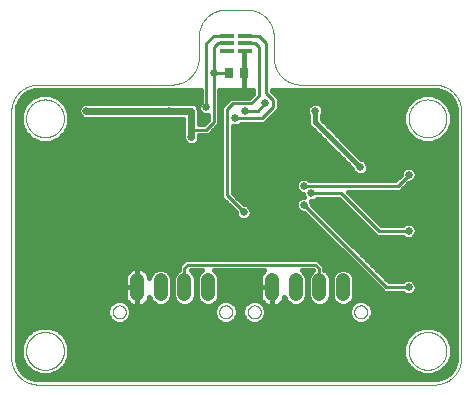
<source format=gbl>
G75*
%MOIN*%
%OFA0B0*%
%FSLAX25Y25*%
%IPPOS*%
%LPD*%
%AMOC8*
5,1,8,0,0,1.08239X$1,22.5*
%
%ADD10C,0.00000*%
%ADD11C,0.04756*%
%ADD12R,0.04724X0.01378*%
%ADD13R,0.02756X0.03543*%
%ADD14C,0.01000*%
%ADD15C,0.02500*%
%ADD16C,0.01600*%
%ADD17C,0.02400*%
D10*
X0014550Y0005550D02*
X0146550Y0005550D01*
X0146767Y0005553D01*
X0146985Y0005561D01*
X0147202Y0005574D01*
X0147419Y0005592D01*
X0147635Y0005616D01*
X0147850Y0005644D01*
X0148065Y0005678D01*
X0148279Y0005718D01*
X0148492Y0005762D01*
X0148704Y0005812D01*
X0148914Y0005866D01*
X0149124Y0005926D01*
X0149331Y0005990D01*
X0149537Y0006060D01*
X0149741Y0006135D01*
X0149944Y0006214D01*
X0150144Y0006299D01*
X0150343Y0006388D01*
X0150539Y0006482D01*
X0150733Y0006581D01*
X0150924Y0006684D01*
X0151113Y0006792D01*
X0151299Y0006905D01*
X0151482Y0007022D01*
X0151663Y0007143D01*
X0151840Y0007269D01*
X0152014Y0007399D01*
X0152186Y0007533D01*
X0152354Y0007671D01*
X0152518Y0007813D01*
X0152679Y0007960D01*
X0152837Y0008110D01*
X0152990Y0008263D01*
X0153140Y0008421D01*
X0153287Y0008582D01*
X0153429Y0008746D01*
X0153567Y0008914D01*
X0153701Y0009086D01*
X0153831Y0009260D01*
X0153957Y0009437D01*
X0154078Y0009618D01*
X0154195Y0009801D01*
X0154308Y0009987D01*
X0154416Y0010176D01*
X0154519Y0010367D01*
X0154618Y0010561D01*
X0154712Y0010757D01*
X0154801Y0010956D01*
X0154886Y0011156D01*
X0154965Y0011359D01*
X0155040Y0011563D01*
X0155110Y0011769D01*
X0155174Y0011976D01*
X0155234Y0012186D01*
X0155288Y0012396D01*
X0155338Y0012608D01*
X0155382Y0012821D01*
X0155422Y0013035D01*
X0155456Y0013250D01*
X0155484Y0013465D01*
X0155508Y0013681D01*
X0155526Y0013898D01*
X0155539Y0014115D01*
X0155547Y0014333D01*
X0155550Y0014550D01*
X0155550Y0096550D01*
X0155547Y0096767D01*
X0155539Y0096985D01*
X0155526Y0097202D01*
X0155508Y0097419D01*
X0155484Y0097635D01*
X0155456Y0097850D01*
X0155422Y0098065D01*
X0155382Y0098279D01*
X0155338Y0098492D01*
X0155288Y0098704D01*
X0155234Y0098914D01*
X0155174Y0099124D01*
X0155110Y0099331D01*
X0155040Y0099537D01*
X0154965Y0099741D01*
X0154886Y0099944D01*
X0154801Y0100144D01*
X0154712Y0100343D01*
X0154618Y0100539D01*
X0154519Y0100733D01*
X0154416Y0100924D01*
X0154308Y0101113D01*
X0154195Y0101299D01*
X0154078Y0101482D01*
X0153957Y0101663D01*
X0153831Y0101840D01*
X0153701Y0102014D01*
X0153567Y0102186D01*
X0153429Y0102354D01*
X0153287Y0102518D01*
X0153140Y0102679D01*
X0152990Y0102837D01*
X0152837Y0102990D01*
X0152679Y0103140D01*
X0152518Y0103287D01*
X0152354Y0103429D01*
X0152186Y0103567D01*
X0152014Y0103701D01*
X0151840Y0103831D01*
X0151663Y0103957D01*
X0151482Y0104078D01*
X0151299Y0104195D01*
X0151113Y0104308D01*
X0150924Y0104416D01*
X0150733Y0104519D01*
X0150539Y0104618D01*
X0150343Y0104712D01*
X0150144Y0104801D01*
X0149944Y0104886D01*
X0149741Y0104965D01*
X0149537Y0105040D01*
X0149331Y0105110D01*
X0149124Y0105174D01*
X0148914Y0105234D01*
X0148704Y0105288D01*
X0148492Y0105338D01*
X0148279Y0105382D01*
X0148065Y0105422D01*
X0147850Y0105456D01*
X0147635Y0105484D01*
X0147419Y0105508D01*
X0147202Y0105526D01*
X0146985Y0105539D01*
X0146767Y0105547D01*
X0146550Y0105550D01*
X0102050Y0105550D01*
X0101833Y0105553D01*
X0101615Y0105561D01*
X0101398Y0105574D01*
X0101181Y0105592D01*
X0100965Y0105616D01*
X0100750Y0105644D01*
X0100535Y0105678D01*
X0100321Y0105718D01*
X0100108Y0105762D01*
X0099896Y0105812D01*
X0099686Y0105866D01*
X0099476Y0105926D01*
X0099269Y0105990D01*
X0099063Y0106060D01*
X0098859Y0106135D01*
X0098656Y0106214D01*
X0098456Y0106299D01*
X0098257Y0106388D01*
X0098061Y0106482D01*
X0097867Y0106581D01*
X0097676Y0106684D01*
X0097487Y0106792D01*
X0097301Y0106905D01*
X0097118Y0107022D01*
X0096937Y0107143D01*
X0096760Y0107269D01*
X0096586Y0107399D01*
X0096414Y0107533D01*
X0096246Y0107671D01*
X0096082Y0107813D01*
X0095921Y0107960D01*
X0095763Y0108110D01*
X0095610Y0108263D01*
X0095460Y0108421D01*
X0095313Y0108582D01*
X0095171Y0108746D01*
X0095033Y0108914D01*
X0094899Y0109086D01*
X0094769Y0109260D01*
X0094643Y0109437D01*
X0094522Y0109618D01*
X0094405Y0109801D01*
X0094292Y0109987D01*
X0094184Y0110176D01*
X0094081Y0110367D01*
X0093982Y0110561D01*
X0093888Y0110757D01*
X0093799Y0110956D01*
X0093714Y0111156D01*
X0093635Y0111359D01*
X0093560Y0111563D01*
X0093490Y0111769D01*
X0093426Y0111976D01*
X0093366Y0112186D01*
X0093312Y0112396D01*
X0093262Y0112608D01*
X0093218Y0112821D01*
X0093178Y0113035D01*
X0093144Y0113250D01*
X0093116Y0113465D01*
X0093092Y0113681D01*
X0093074Y0113898D01*
X0093061Y0114115D01*
X0093053Y0114333D01*
X0093050Y0114550D01*
X0093050Y0121550D01*
X0093047Y0121767D01*
X0093039Y0121985D01*
X0093026Y0122202D01*
X0093008Y0122419D01*
X0092984Y0122635D01*
X0092956Y0122850D01*
X0092922Y0123065D01*
X0092882Y0123279D01*
X0092838Y0123492D01*
X0092788Y0123704D01*
X0092734Y0123914D01*
X0092674Y0124124D01*
X0092610Y0124331D01*
X0092540Y0124537D01*
X0092465Y0124741D01*
X0092386Y0124944D01*
X0092301Y0125144D01*
X0092212Y0125343D01*
X0092118Y0125539D01*
X0092019Y0125733D01*
X0091916Y0125924D01*
X0091808Y0126113D01*
X0091695Y0126299D01*
X0091578Y0126482D01*
X0091457Y0126663D01*
X0091331Y0126840D01*
X0091201Y0127014D01*
X0091067Y0127186D01*
X0090929Y0127354D01*
X0090787Y0127518D01*
X0090640Y0127679D01*
X0090490Y0127837D01*
X0090337Y0127990D01*
X0090179Y0128140D01*
X0090018Y0128287D01*
X0089854Y0128429D01*
X0089686Y0128567D01*
X0089514Y0128701D01*
X0089340Y0128831D01*
X0089163Y0128957D01*
X0088982Y0129078D01*
X0088799Y0129195D01*
X0088613Y0129308D01*
X0088424Y0129416D01*
X0088233Y0129519D01*
X0088039Y0129618D01*
X0087843Y0129712D01*
X0087644Y0129801D01*
X0087444Y0129886D01*
X0087241Y0129965D01*
X0087037Y0130040D01*
X0086831Y0130110D01*
X0086624Y0130174D01*
X0086414Y0130234D01*
X0086204Y0130288D01*
X0085992Y0130338D01*
X0085779Y0130382D01*
X0085565Y0130422D01*
X0085350Y0130456D01*
X0085135Y0130484D01*
X0084919Y0130508D01*
X0084702Y0130526D01*
X0084485Y0130539D01*
X0084267Y0130547D01*
X0084050Y0130550D01*
X0077050Y0130550D01*
X0076833Y0130547D01*
X0076615Y0130539D01*
X0076398Y0130526D01*
X0076181Y0130508D01*
X0075965Y0130484D01*
X0075750Y0130456D01*
X0075535Y0130422D01*
X0075321Y0130382D01*
X0075108Y0130338D01*
X0074896Y0130288D01*
X0074686Y0130234D01*
X0074476Y0130174D01*
X0074269Y0130110D01*
X0074063Y0130040D01*
X0073859Y0129965D01*
X0073656Y0129886D01*
X0073456Y0129801D01*
X0073257Y0129712D01*
X0073061Y0129618D01*
X0072867Y0129519D01*
X0072676Y0129416D01*
X0072487Y0129308D01*
X0072301Y0129195D01*
X0072118Y0129078D01*
X0071937Y0128957D01*
X0071760Y0128831D01*
X0071586Y0128701D01*
X0071414Y0128567D01*
X0071246Y0128429D01*
X0071082Y0128287D01*
X0070921Y0128140D01*
X0070763Y0127990D01*
X0070610Y0127837D01*
X0070460Y0127679D01*
X0070313Y0127518D01*
X0070171Y0127354D01*
X0070033Y0127186D01*
X0069899Y0127014D01*
X0069769Y0126840D01*
X0069643Y0126663D01*
X0069522Y0126482D01*
X0069405Y0126299D01*
X0069292Y0126113D01*
X0069184Y0125924D01*
X0069081Y0125733D01*
X0068982Y0125539D01*
X0068888Y0125343D01*
X0068799Y0125144D01*
X0068714Y0124944D01*
X0068635Y0124741D01*
X0068560Y0124537D01*
X0068490Y0124331D01*
X0068426Y0124124D01*
X0068366Y0123914D01*
X0068312Y0123704D01*
X0068262Y0123492D01*
X0068218Y0123279D01*
X0068178Y0123065D01*
X0068144Y0122850D01*
X0068116Y0122635D01*
X0068092Y0122419D01*
X0068074Y0122202D01*
X0068061Y0121985D01*
X0068053Y0121767D01*
X0068050Y0121550D01*
X0068050Y0114550D01*
X0068047Y0114333D01*
X0068039Y0114115D01*
X0068026Y0113898D01*
X0068008Y0113681D01*
X0067984Y0113465D01*
X0067956Y0113250D01*
X0067922Y0113035D01*
X0067882Y0112821D01*
X0067838Y0112608D01*
X0067788Y0112396D01*
X0067734Y0112186D01*
X0067674Y0111976D01*
X0067610Y0111769D01*
X0067540Y0111563D01*
X0067465Y0111359D01*
X0067386Y0111156D01*
X0067301Y0110956D01*
X0067212Y0110757D01*
X0067118Y0110561D01*
X0067019Y0110367D01*
X0066916Y0110176D01*
X0066808Y0109987D01*
X0066695Y0109801D01*
X0066578Y0109618D01*
X0066457Y0109437D01*
X0066331Y0109260D01*
X0066201Y0109086D01*
X0066067Y0108914D01*
X0065929Y0108746D01*
X0065787Y0108582D01*
X0065640Y0108421D01*
X0065490Y0108263D01*
X0065337Y0108110D01*
X0065179Y0107960D01*
X0065018Y0107813D01*
X0064854Y0107671D01*
X0064686Y0107533D01*
X0064514Y0107399D01*
X0064340Y0107269D01*
X0064163Y0107143D01*
X0063982Y0107022D01*
X0063799Y0106905D01*
X0063613Y0106792D01*
X0063424Y0106684D01*
X0063233Y0106581D01*
X0063039Y0106482D01*
X0062843Y0106388D01*
X0062644Y0106299D01*
X0062444Y0106214D01*
X0062241Y0106135D01*
X0062037Y0106060D01*
X0061831Y0105990D01*
X0061624Y0105926D01*
X0061414Y0105866D01*
X0061204Y0105812D01*
X0060992Y0105762D01*
X0060779Y0105718D01*
X0060565Y0105678D01*
X0060350Y0105644D01*
X0060135Y0105616D01*
X0059919Y0105592D01*
X0059702Y0105574D01*
X0059485Y0105561D01*
X0059267Y0105553D01*
X0059050Y0105550D01*
X0014550Y0105550D01*
X0014333Y0105547D01*
X0014115Y0105539D01*
X0013898Y0105526D01*
X0013681Y0105508D01*
X0013465Y0105484D01*
X0013250Y0105456D01*
X0013035Y0105422D01*
X0012821Y0105382D01*
X0012608Y0105338D01*
X0012396Y0105288D01*
X0012186Y0105234D01*
X0011976Y0105174D01*
X0011769Y0105110D01*
X0011563Y0105040D01*
X0011359Y0104965D01*
X0011156Y0104886D01*
X0010956Y0104801D01*
X0010757Y0104712D01*
X0010561Y0104618D01*
X0010367Y0104519D01*
X0010176Y0104416D01*
X0009987Y0104308D01*
X0009801Y0104195D01*
X0009618Y0104078D01*
X0009437Y0103957D01*
X0009260Y0103831D01*
X0009086Y0103701D01*
X0008914Y0103567D01*
X0008746Y0103429D01*
X0008582Y0103287D01*
X0008421Y0103140D01*
X0008263Y0102990D01*
X0008110Y0102837D01*
X0007960Y0102679D01*
X0007813Y0102518D01*
X0007671Y0102354D01*
X0007533Y0102186D01*
X0007399Y0102014D01*
X0007269Y0101840D01*
X0007143Y0101663D01*
X0007022Y0101482D01*
X0006905Y0101299D01*
X0006792Y0101113D01*
X0006684Y0100924D01*
X0006581Y0100733D01*
X0006482Y0100539D01*
X0006388Y0100343D01*
X0006299Y0100144D01*
X0006214Y0099944D01*
X0006135Y0099741D01*
X0006060Y0099537D01*
X0005990Y0099331D01*
X0005926Y0099124D01*
X0005866Y0098914D01*
X0005812Y0098704D01*
X0005762Y0098492D01*
X0005718Y0098279D01*
X0005678Y0098065D01*
X0005644Y0097850D01*
X0005616Y0097635D01*
X0005592Y0097419D01*
X0005574Y0097202D01*
X0005561Y0096985D01*
X0005553Y0096767D01*
X0005550Y0096550D01*
X0005550Y0014550D01*
X0005553Y0014333D01*
X0005561Y0014115D01*
X0005574Y0013898D01*
X0005592Y0013681D01*
X0005616Y0013465D01*
X0005644Y0013250D01*
X0005678Y0013035D01*
X0005718Y0012821D01*
X0005762Y0012608D01*
X0005812Y0012396D01*
X0005866Y0012186D01*
X0005926Y0011976D01*
X0005990Y0011769D01*
X0006060Y0011563D01*
X0006135Y0011359D01*
X0006214Y0011156D01*
X0006299Y0010956D01*
X0006388Y0010757D01*
X0006482Y0010561D01*
X0006581Y0010367D01*
X0006684Y0010176D01*
X0006792Y0009987D01*
X0006905Y0009801D01*
X0007022Y0009618D01*
X0007143Y0009437D01*
X0007269Y0009260D01*
X0007399Y0009086D01*
X0007533Y0008914D01*
X0007671Y0008746D01*
X0007813Y0008582D01*
X0007960Y0008421D01*
X0008110Y0008263D01*
X0008263Y0008110D01*
X0008421Y0007960D01*
X0008582Y0007813D01*
X0008746Y0007671D01*
X0008914Y0007533D01*
X0009086Y0007399D01*
X0009260Y0007269D01*
X0009437Y0007143D01*
X0009618Y0007022D01*
X0009801Y0006905D01*
X0009987Y0006792D01*
X0010176Y0006684D01*
X0010367Y0006581D01*
X0010561Y0006482D01*
X0010757Y0006388D01*
X0010956Y0006299D01*
X0011156Y0006214D01*
X0011359Y0006135D01*
X0011563Y0006060D01*
X0011769Y0005990D01*
X0011976Y0005926D01*
X0012186Y0005866D01*
X0012396Y0005812D01*
X0012608Y0005762D01*
X0012821Y0005718D01*
X0013035Y0005678D01*
X0013250Y0005644D01*
X0013465Y0005616D01*
X0013681Y0005592D01*
X0013898Y0005574D01*
X0014115Y0005561D01*
X0014333Y0005553D01*
X0014550Y0005550D01*
X0010501Y0016800D02*
X0010503Y0016958D01*
X0010509Y0017116D01*
X0010519Y0017274D01*
X0010533Y0017432D01*
X0010551Y0017589D01*
X0010572Y0017746D01*
X0010598Y0017902D01*
X0010628Y0018058D01*
X0010661Y0018213D01*
X0010699Y0018366D01*
X0010740Y0018519D01*
X0010785Y0018671D01*
X0010834Y0018822D01*
X0010887Y0018971D01*
X0010943Y0019119D01*
X0011003Y0019265D01*
X0011067Y0019410D01*
X0011135Y0019553D01*
X0011206Y0019695D01*
X0011280Y0019835D01*
X0011358Y0019972D01*
X0011440Y0020108D01*
X0011524Y0020242D01*
X0011613Y0020373D01*
X0011704Y0020502D01*
X0011799Y0020629D01*
X0011896Y0020754D01*
X0011997Y0020876D01*
X0012101Y0020995D01*
X0012208Y0021112D01*
X0012318Y0021226D01*
X0012431Y0021337D01*
X0012546Y0021446D01*
X0012664Y0021551D01*
X0012785Y0021653D01*
X0012908Y0021753D01*
X0013034Y0021849D01*
X0013162Y0021942D01*
X0013292Y0022032D01*
X0013425Y0022118D01*
X0013560Y0022202D01*
X0013696Y0022281D01*
X0013835Y0022358D01*
X0013976Y0022430D01*
X0014118Y0022500D01*
X0014262Y0022565D01*
X0014408Y0022627D01*
X0014555Y0022685D01*
X0014704Y0022740D01*
X0014854Y0022791D01*
X0015005Y0022838D01*
X0015157Y0022881D01*
X0015310Y0022920D01*
X0015465Y0022956D01*
X0015620Y0022987D01*
X0015776Y0023015D01*
X0015932Y0023039D01*
X0016089Y0023059D01*
X0016247Y0023075D01*
X0016404Y0023087D01*
X0016563Y0023095D01*
X0016721Y0023099D01*
X0016879Y0023099D01*
X0017037Y0023095D01*
X0017196Y0023087D01*
X0017353Y0023075D01*
X0017511Y0023059D01*
X0017668Y0023039D01*
X0017824Y0023015D01*
X0017980Y0022987D01*
X0018135Y0022956D01*
X0018290Y0022920D01*
X0018443Y0022881D01*
X0018595Y0022838D01*
X0018746Y0022791D01*
X0018896Y0022740D01*
X0019045Y0022685D01*
X0019192Y0022627D01*
X0019338Y0022565D01*
X0019482Y0022500D01*
X0019624Y0022430D01*
X0019765Y0022358D01*
X0019904Y0022281D01*
X0020040Y0022202D01*
X0020175Y0022118D01*
X0020308Y0022032D01*
X0020438Y0021942D01*
X0020566Y0021849D01*
X0020692Y0021753D01*
X0020815Y0021653D01*
X0020936Y0021551D01*
X0021054Y0021446D01*
X0021169Y0021337D01*
X0021282Y0021226D01*
X0021392Y0021112D01*
X0021499Y0020995D01*
X0021603Y0020876D01*
X0021704Y0020754D01*
X0021801Y0020629D01*
X0021896Y0020502D01*
X0021987Y0020373D01*
X0022076Y0020242D01*
X0022160Y0020108D01*
X0022242Y0019972D01*
X0022320Y0019835D01*
X0022394Y0019695D01*
X0022465Y0019553D01*
X0022533Y0019410D01*
X0022597Y0019265D01*
X0022657Y0019119D01*
X0022713Y0018971D01*
X0022766Y0018822D01*
X0022815Y0018671D01*
X0022860Y0018519D01*
X0022901Y0018366D01*
X0022939Y0018213D01*
X0022972Y0018058D01*
X0023002Y0017902D01*
X0023028Y0017746D01*
X0023049Y0017589D01*
X0023067Y0017432D01*
X0023081Y0017274D01*
X0023091Y0017116D01*
X0023097Y0016958D01*
X0023099Y0016800D01*
X0023097Y0016642D01*
X0023091Y0016484D01*
X0023081Y0016326D01*
X0023067Y0016168D01*
X0023049Y0016011D01*
X0023028Y0015854D01*
X0023002Y0015698D01*
X0022972Y0015542D01*
X0022939Y0015387D01*
X0022901Y0015234D01*
X0022860Y0015081D01*
X0022815Y0014929D01*
X0022766Y0014778D01*
X0022713Y0014629D01*
X0022657Y0014481D01*
X0022597Y0014335D01*
X0022533Y0014190D01*
X0022465Y0014047D01*
X0022394Y0013905D01*
X0022320Y0013765D01*
X0022242Y0013628D01*
X0022160Y0013492D01*
X0022076Y0013358D01*
X0021987Y0013227D01*
X0021896Y0013098D01*
X0021801Y0012971D01*
X0021704Y0012846D01*
X0021603Y0012724D01*
X0021499Y0012605D01*
X0021392Y0012488D01*
X0021282Y0012374D01*
X0021169Y0012263D01*
X0021054Y0012154D01*
X0020936Y0012049D01*
X0020815Y0011947D01*
X0020692Y0011847D01*
X0020566Y0011751D01*
X0020438Y0011658D01*
X0020308Y0011568D01*
X0020175Y0011482D01*
X0020040Y0011398D01*
X0019904Y0011319D01*
X0019765Y0011242D01*
X0019624Y0011170D01*
X0019482Y0011100D01*
X0019338Y0011035D01*
X0019192Y0010973D01*
X0019045Y0010915D01*
X0018896Y0010860D01*
X0018746Y0010809D01*
X0018595Y0010762D01*
X0018443Y0010719D01*
X0018290Y0010680D01*
X0018135Y0010644D01*
X0017980Y0010613D01*
X0017824Y0010585D01*
X0017668Y0010561D01*
X0017511Y0010541D01*
X0017353Y0010525D01*
X0017196Y0010513D01*
X0017037Y0010505D01*
X0016879Y0010501D01*
X0016721Y0010501D01*
X0016563Y0010505D01*
X0016404Y0010513D01*
X0016247Y0010525D01*
X0016089Y0010541D01*
X0015932Y0010561D01*
X0015776Y0010585D01*
X0015620Y0010613D01*
X0015465Y0010644D01*
X0015310Y0010680D01*
X0015157Y0010719D01*
X0015005Y0010762D01*
X0014854Y0010809D01*
X0014704Y0010860D01*
X0014555Y0010915D01*
X0014408Y0010973D01*
X0014262Y0011035D01*
X0014118Y0011100D01*
X0013976Y0011170D01*
X0013835Y0011242D01*
X0013696Y0011319D01*
X0013560Y0011398D01*
X0013425Y0011482D01*
X0013292Y0011568D01*
X0013162Y0011658D01*
X0013034Y0011751D01*
X0012908Y0011847D01*
X0012785Y0011947D01*
X0012664Y0012049D01*
X0012546Y0012154D01*
X0012431Y0012263D01*
X0012318Y0012374D01*
X0012208Y0012488D01*
X0012101Y0012605D01*
X0011997Y0012724D01*
X0011896Y0012846D01*
X0011799Y0012971D01*
X0011704Y0013098D01*
X0011613Y0013227D01*
X0011524Y0013358D01*
X0011440Y0013492D01*
X0011358Y0013628D01*
X0011280Y0013765D01*
X0011206Y0013905D01*
X0011135Y0014047D01*
X0011067Y0014190D01*
X0011003Y0014335D01*
X0010943Y0014481D01*
X0010887Y0014629D01*
X0010834Y0014778D01*
X0010785Y0014929D01*
X0010740Y0015081D01*
X0010699Y0015234D01*
X0010661Y0015387D01*
X0010628Y0015542D01*
X0010598Y0015698D01*
X0010572Y0015854D01*
X0010551Y0016011D01*
X0010533Y0016168D01*
X0010519Y0016326D01*
X0010509Y0016484D01*
X0010503Y0016642D01*
X0010501Y0016800D01*
X0039418Y0029782D02*
X0039420Y0029875D01*
X0039426Y0029967D01*
X0039436Y0030059D01*
X0039450Y0030150D01*
X0039467Y0030241D01*
X0039489Y0030331D01*
X0039514Y0030420D01*
X0039543Y0030508D01*
X0039576Y0030594D01*
X0039613Y0030679D01*
X0039653Y0030763D01*
X0039697Y0030844D01*
X0039744Y0030924D01*
X0039794Y0031002D01*
X0039848Y0031077D01*
X0039905Y0031150D01*
X0039965Y0031220D01*
X0040028Y0031288D01*
X0040094Y0031353D01*
X0040162Y0031415D01*
X0040233Y0031475D01*
X0040307Y0031531D01*
X0040383Y0031584D01*
X0040461Y0031633D01*
X0040541Y0031680D01*
X0040623Y0031722D01*
X0040707Y0031762D01*
X0040792Y0031797D01*
X0040879Y0031829D01*
X0040967Y0031858D01*
X0041056Y0031882D01*
X0041146Y0031903D01*
X0041237Y0031919D01*
X0041329Y0031932D01*
X0041421Y0031941D01*
X0041514Y0031946D01*
X0041606Y0031947D01*
X0041699Y0031944D01*
X0041791Y0031937D01*
X0041883Y0031926D01*
X0041974Y0031911D01*
X0042065Y0031893D01*
X0042155Y0031870D01*
X0042243Y0031844D01*
X0042331Y0031814D01*
X0042417Y0031780D01*
X0042501Y0031743D01*
X0042584Y0031701D01*
X0042665Y0031657D01*
X0042745Y0031609D01*
X0042822Y0031558D01*
X0042896Y0031503D01*
X0042969Y0031445D01*
X0043039Y0031385D01*
X0043106Y0031321D01*
X0043170Y0031255D01*
X0043232Y0031185D01*
X0043290Y0031114D01*
X0043345Y0031040D01*
X0043397Y0030963D01*
X0043446Y0030884D01*
X0043492Y0030804D01*
X0043534Y0030721D01*
X0043572Y0030637D01*
X0043607Y0030551D01*
X0043638Y0030464D01*
X0043665Y0030376D01*
X0043688Y0030286D01*
X0043708Y0030196D01*
X0043724Y0030105D01*
X0043736Y0030013D01*
X0043744Y0029921D01*
X0043748Y0029828D01*
X0043748Y0029736D01*
X0043744Y0029643D01*
X0043736Y0029551D01*
X0043724Y0029459D01*
X0043708Y0029368D01*
X0043688Y0029278D01*
X0043665Y0029188D01*
X0043638Y0029100D01*
X0043607Y0029013D01*
X0043572Y0028927D01*
X0043534Y0028843D01*
X0043492Y0028760D01*
X0043446Y0028680D01*
X0043397Y0028601D01*
X0043345Y0028524D01*
X0043290Y0028450D01*
X0043232Y0028379D01*
X0043170Y0028309D01*
X0043106Y0028243D01*
X0043039Y0028179D01*
X0042969Y0028119D01*
X0042896Y0028061D01*
X0042822Y0028006D01*
X0042745Y0027955D01*
X0042666Y0027907D01*
X0042584Y0027863D01*
X0042501Y0027821D01*
X0042417Y0027784D01*
X0042331Y0027750D01*
X0042243Y0027720D01*
X0042155Y0027694D01*
X0042065Y0027671D01*
X0041974Y0027653D01*
X0041883Y0027638D01*
X0041791Y0027627D01*
X0041699Y0027620D01*
X0041606Y0027617D01*
X0041514Y0027618D01*
X0041421Y0027623D01*
X0041329Y0027632D01*
X0041237Y0027645D01*
X0041146Y0027661D01*
X0041056Y0027682D01*
X0040967Y0027706D01*
X0040879Y0027735D01*
X0040792Y0027767D01*
X0040707Y0027802D01*
X0040623Y0027842D01*
X0040541Y0027884D01*
X0040461Y0027931D01*
X0040383Y0027980D01*
X0040307Y0028033D01*
X0040233Y0028089D01*
X0040162Y0028149D01*
X0040094Y0028211D01*
X0040028Y0028276D01*
X0039965Y0028344D01*
X0039905Y0028414D01*
X0039848Y0028487D01*
X0039794Y0028562D01*
X0039744Y0028640D01*
X0039697Y0028720D01*
X0039653Y0028801D01*
X0039613Y0028885D01*
X0039576Y0028970D01*
X0039543Y0029056D01*
X0039514Y0029144D01*
X0039489Y0029233D01*
X0039467Y0029323D01*
X0039450Y0029414D01*
X0039436Y0029505D01*
X0039426Y0029597D01*
X0039420Y0029689D01*
X0039418Y0029782D01*
X0074852Y0029782D02*
X0074854Y0029875D01*
X0074860Y0029967D01*
X0074870Y0030059D01*
X0074884Y0030150D01*
X0074901Y0030241D01*
X0074923Y0030331D01*
X0074948Y0030420D01*
X0074977Y0030508D01*
X0075010Y0030594D01*
X0075047Y0030679D01*
X0075087Y0030763D01*
X0075131Y0030844D01*
X0075178Y0030924D01*
X0075228Y0031002D01*
X0075282Y0031077D01*
X0075339Y0031150D01*
X0075399Y0031220D01*
X0075462Y0031288D01*
X0075528Y0031353D01*
X0075596Y0031415D01*
X0075667Y0031475D01*
X0075741Y0031531D01*
X0075817Y0031584D01*
X0075895Y0031633D01*
X0075975Y0031680D01*
X0076057Y0031722D01*
X0076141Y0031762D01*
X0076226Y0031797D01*
X0076313Y0031829D01*
X0076401Y0031858D01*
X0076490Y0031882D01*
X0076580Y0031903D01*
X0076671Y0031919D01*
X0076763Y0031932D01*
X0076855Y0031941D01*
X0076948Y0031946D01*
X0077040Y0031947D01*
X0077133Y0031944D01*
X0077225Y0031937D01*
X0077317Y0031926D01*
X0077408Y0031911D01*
X0077499Y0031893D01*
X0077589Y0031870D01*
X0077677Y0031844D01*
X0077765Y0031814D01*
X0077851Y0031780D01*
X0077935Y0031743D01*
X0078018Y0031701D01*
X0078099Y0031657D01*
X0078179Y0031609D01*
X0078256Y0031558D01*
X0078330Y0031503D01*
X0078403Y0031445D01*
X0078473Y0031385D01*
X0078540Y0031321D01*
X0078604Y0031255D01*
X0078666Y0031185D01*
X0078724Y0031114D01*
X0078779Y0031040D01*
X0078831Y0030963D01*
X0078880Y0030884D01*
X0078926Y0030804D01*
X0078968Y0030721D01*
X0079006Y0030637D01*
X0079041Y0030551D01*
X0079072Y0030464D01*
X0079099Y0030376D01*
X0079122Y0030286D01*
X0079142Y0030196D01*
X0079158Y0030105D01*
X0079170Y0030013D01*
X0079178Y0029921D01*
X0079182Y0029828D01*
X0079182Y0029736D01*
X0079178Y0029643D01*
X0079170Y0029551D01*
X0079158Y0029459D01*
X0079142Y0029368D01*
X0079122Y0029278D01*
X0079099Y0029188D01*
X0079072Y0029100D01*
X0079041Y0029013D01*
X0079006Y0028927D01*
X0078968Y0028843D01*
X0078926Y0028760D01*
X0078880Y0028680D01*
X0078831Y0028601D01*
X0078779Y0028524D01*
X0078724Y0028450D01*
X0078666Y0028379D01*
X0078604Y0028309D01*
X0078540Y0028243D01*
X0078473Y0028179D01*
X0078403Y0028119D01*
X0078330Y0028061D01*
X0078256Y0028006D01*
X0078179Y0027955D01*
X0078100Y0027907D01*
X0078018Y0027863D01*
X0077935Y0027821D01*
X0077851Y0027784D01*
X0077765Y0027750D01*
X0077677Y0027720D01*
X0077589Y0027694D01*
X0077499Y0027671D01*
X0077408Y0027653D01*
X0077317Y0027638D01*
X0077225Y0027627D01*
X0077133Y0027620D01*
X0077040Y0027617D01*
X0076948Y0027618D01*
X0076855Y0027623D01*
X0076763Y0027632D01*
X0076671Y0027645D01*
X0076580Y0027661D01*
X0076490Y0027682D01*
X0076401Y0027706D01*
X0076313Y0027735D01*
X0076226Y0027767D01*
X0076141Y0027802D01*
X0076057Y0027842D01*
X0075975Y0027884D01*
X0075895Y0027931D01*
X0075817Y0027980D01*
X0075741Y0028033D01*
X0075667Y0028089D01*
X0075596Y0028149D01*
X0075528Y0028211D01*
X0075462Y0028276D01*
X0075399Y0028344D01*
X0075339Y0028414D01*
X0075282Y0028487D01*
X0075228Y0028562D01*
X0075178Y0028640D01*
X0075131Y0028720D01*
X0075087Y0028801D01*
X0075047Y0028885D01*
X0075010Y0028970D01*
X0074977Y0029056D01*
X0074948Y0029144D01*
X0074923Y0029233D01*
X0074901Y0029323D01*
X0074884Y0029414D01*
X0074870Y0029505D01*
X0074860Y0029597D01*
X0074854Y0029689D01*
X0074852Y0029782D01*
X0084418Y0029782D02*
X0084420Y0029875D01*
X0084426Y0029967D01*
X0084436Y0030059D01*
X0084450Y0030150D01*
X0084467Y0030241D01*
X0084489Y0030331D01*
X0084514Y0030420D01*
X0084543Y0030508D01*
X0084576Y0030594D01*
X0084613Y0030679D01*
X0084653Y0030763D01*
X0084697Y0030844D01*
X0084744Y0030924D01*
X0084794Y0031002D01*
X0084848Y0031077D01*
X0084905Y0031150D01*
X0084965Y0031220D01*
X0085028Y0031288D01*
X0085094Y0031353D01*
X0085162Y0031415D01*
X0085233Y0031475D01*
X0085307Y0031531D01*
X0085383Y0031584D01*
X0085461Y0031633D01*
X0085541Y0031680D01*
X0085623Y0031722D01*
X0085707Y0031762D01*
X0085792Y0031797D01*
X0085879Y0031829D01*
X0085967Y0031858D01*
X0086056Y0031882D01*
X0086146Y0031903D01*
X0086237Y0031919D01*
X0086329Y0031932D01*
X0086421Y0031941D01*
X0086514Y0031946D01*
X0086606Y0031947D01*
X0086699Y0031944D01*
X0086791Y0031937D01*
X0086883Y0031926D01*
X0086974Y0031911D01*
X0087065Y0031893D01*
X0087155Y0031870D01*
X0087243Y0031844D01*
X0087331Y0031814D01*
X0087417Y0031780D01*
X0087501Y0031743D01*
X0087584Y0031701D01*
X0087665Y0031657D01*
X0087745Y0031609D01*
X0087822Y0031558D01*
X0087896Y0031503D01*
X0087969Y0031445D01*
X0088039Y0031385D01*
X0088106Y0031321D01*
X0088170Y0031255D01*
X0088232Y0031185D01*
X0088290Y0031114D01*
X0088345Y0031040D01*
X0088397Y0030963D01*
X0088446Y0030884D01*
X0088492Y0030804D01*
X0088534Y0030721D01*
X0088572Y0030637D01*
X0088607Y0030551D01*
X0088638Y0030464D01*
X0088665Y0030376D01*
X0088688Y0030286D01*
X0088708Y0030196D01*
X0088724Y0030105D01*
X0088736Y0030013D01*
X0088744Y0029921D01*
X0088748Y0029828D01*
X0088748Y0029736D01*
X0088744Y0029643D01*
X0088736Y0029551D01*
X0088724Y0029459D01*
X0088708Y0029368D01*
X0088688Y0029278D01*
X0088665Y0029188D01*
X0088638Y0029100D01*
X0088607Y0029013D01*
X0088572Y0028927D01*
X0088534Y0028843D01*
X0088492Y0028760D01*
X0088446Y0028680D01*
X0088397Y0028601D01*
X0088345Y0028524D01*
X0088290Y0028450D01*
X0088232Y0028379D01*
X0088170Y0028309D01*
X0088106Y0028243D01*
X0088039Y0028179D01*
X0087969Y0028119D01*
X0087896Y0028061D01*
X0087822Y0028006D01*
X0087745Y0027955D01*
X0087666Y0027907D01*
X0087584Y0027863D01*
X0087501Y0027821D01*
X0087417Y0027784D01*
X0087331Y0027750D01*
X0087243Y0027720D01*
X0087155Y0027694D01*
X0087065Y0027671D01*
X0086974Y0027653D01*
X0086883Y0027638D01*
X0086791Y0027627D01*
X0086699Y0027620D01*
X0086606Y0027617D01*
X0086514Y0027618D01*
X0086421Y0027623D01*
X0086329Y0027632D01*
X0086237Y0027645D01*
X0086146Y0027661D01*
X0086056Y0027682D01*
X0085967Y0027706D01*
X0085879Y0027735D01*
X0085792Y0027767D01*
X0085707Y0027802D01*
X0085623Y0027842D01*
X0085541Y0027884D01*
X0085461Y0027931D01*
X0085383Y0027980D01*
X0085307Y0028033D01*
X0085233Y0028089D01*
X0085162Y0028149D01*
X0085094Y0028211D01*
X0085028Y0028276D01*
X0084965Y0028344D01*
X0084905Y0028414D01*
X0084848Y0028487D01*
X0084794Y0028562D01*
X0084744Y0028640D01*
X0084697Y0028720D01*
X0084653Y0028801D01*
X0084613Y0028885D01*
X0084576Y0028970D01*
X0084543Y0029056D01*
X0084514Y0029144D01*
X0084489Y0029233D01*
X0084467Y0029323D01*
X0084450Y0029414D01*
X0084436Y0029505D01*
X0084426Y0029597D01*
X0084420Y0029689D01*
X0084418Y0029782D01*
X0119852Y0029782D02*
X0119854Y0029875D01*
X0119860Y0029967D01*
X0119870Y0030059D01*
X0119884Y0030150D01*
X0119901Y0030241D01*
X0119923Y0030331D01*
X0119948Y0030420D01*
X0119977Y0030508D01*
X0120010Y0030594D01*
X0120047Y0030679D01*
X0120087Y0030763D01*
X0120131Y0030844D01*
X0120178Y0030924D01*
X0120228Y0031002D01*
X0120282Y0031077D01*
X0120339Y0031150D01*
X0120399Y0031220D01*
X0120462Y0031288D01*
X0120528Y0031353D01*
X0120596Y0031415D01*
X0120667Y0031475D01*
X0120741Y0031531D01*
X0120817Y0031584D01*
X0120895Y0031633D01*
X0120975Y0031680D01*
X0121057Y0031722D01*
X0121141Y0031762D01*
X0121226Y0031797D01*
X0121313Y0031829D01*
X0121401Y0031858D01*
X0121490Y0031882D01*
X0121580Y0031903D01*
X0121671Y0031919D01*
X0121763Y0031932D01*
X0121855Y0031941D01*
X0121948Y0031946D01*
X0122040Y0031947D01*
X0122133Y0031944D01*
X0122225Y0031937D01*
X0122317Y0031926D01*
X0122408Y0031911D01*
X0122499Y0031893D01*
X0122589Y0031870D01*
X0122677Y0031844D01*
X0122765Y0031814D01*
X0122851Y0031780D01*
X0122935Y0031743D01*
X0123018Y0031701D01*
X0123099Y0031657D01*
X0123179Y0031609D01*
X0123256Y0031558D01*
X0123330Y0031503D01*
X0123403Y0031445D01*
X0123473Y0031385D01*
X0123540Y0031321D01*
X0123604Y0031255D01*
X0123666Y0031185D01*
X0123724Y0031114D01*
X0123779Y0031040D01*
X0123831Y0030963D01*
X0123880Y0030884D01*
X0123926Y0030804D01*
X0123968Y0030721D01*
X0124006Y0030637D01*
X0124041Y0030551D01*
X0124072Y0030464D01*
X0124099Y0030376D01*
X0124122Y0030286D01*
X0124142Y0030196D01*
X0124158Y0030105D01*
X0124170Y0030013D01*
X0124178Y0029921D01*
X0124182Y0029828D01*
X0124182Y0029736D01*
X0124178Y0029643D01*
X0124170Y0029551D01*
X0124158Y0029459D01*
X0124142Y0029368D01*
X0124122Y0029278D01*
X0124099Y0029188D01*
X0124072Y0029100D01*
X0124041Y0029013D01*
X0124006Y0028927D01*
X0123968Y0028843D01*
X0123926Y0028760D01*
X0123880Y0028680D01*
X0123831Y0028601D01*
X0123779Y0028524D01*
X0123724Y0028450D01*
X0123666Y0028379D01*
X0123604Y0028309D01*
X0123540Y0028243D01*
X0123473Y0028179D01*
X0123403Y0028119D01*
X0123330Y0028061D01*
X0123256Y0028006D01*
X0123179Y0027955D01*
X0123100Y0027907D01*
X0123018Y0027863D01*
X0122935Y0027821D01*
X0122851Y0027784D01*
X0122765Y0027750D01*
X0122677Y0027720D01*
X0122589Y0027694D01*
X0122499Y0027671D01*
X0122408Y0027653D01*
X0122317Y0027638D01*
X0122225Y0027627D01*
X0122133Y0027620D01*
X0122040Y0027617D01*
X0121948Y0027618D01*
X0121855Y0027623D01*
X0121763Y0027632D01*
X0121671Y0027645D01*
X0121580Y0027661D01*
X0121490Y0027682D01*
X0121401Y0027706D01*
X0121313Y0027735D01*
X0121226Y0027767D01*
X0121141Y0027802D01*
X0121057Y0027842D01*
X0120975Y0027884D01*
X0120895Y0027931D01*
X0120817Y0027980D01*
X0120741Y0028033D01*
X0120667Y0028089D01*
X0120596Y0028149D01*
X0120528Y0028211D01*
X0120462Y0028276D01*
X0120399Y0028344D01*
X0120339Y0028414D01*
X0120282Y0028487D01*
X0120228Y0028562D01*
X0120178Y0028640D01*
X0120131Y0028720D01*
X0120087Y0028801D01*
X0120047Y0028885D01*
X0120010Y0028970D01*
X0119977Y0029056D01*
X0119948Y0029144D01*
X0119923Y0029233D01*
X0119901Y0029323D01*
X0119884Y0029414D01*
X0119870Y0029505D01*
X0119860Y0029597D01*
X0119854Y0029689D01*
X0119852Y0029782D01*
X0138001Y0016800D02*
X0138003Y0016958D01*
X0138009Y0017116D01*
X0138019Y0017274D01*
X0138033Y0017432D01*
X0138051Y0017589D01*
X0138072Y0017746D01*
X0138098Y0017902D01*
X0138128Y0018058D01*
X0138161Y0018213D01*
X0138199Y0018366D01*
X0138240Y0018519D01*
X0138285Y0018671D01*
X0138334Y0018822D01*
X0138387Y0018971D01*
X0138443Y0019119D01*
X0138503Y0019265D01*
X0138567Y0019410D01*
X0138635Y0019553D01*
X0138706Y0019695D01*
X0138780Y0019835D01*
X0138858Y0019972D01*
X0138940Y0020108D01*
X0139024Y0020242D01*
X0139113Y0020373D01*
X0139204Y0020502D01*
X0139299Y0020629D01*
X0139396Y0020754D01*
X0139497Y0020876D01*
X0139601Y0020995D01*
X0139708Y0021112D01*
X0139818Y0021226D01*
X0139931Y0021337D01*
X0140046Y0021446D01*
X0140164Y0021551D01*
X0140285Y0021653D01*
X0140408Y0021753D01*
X0140534Y0021849D01*
X0140662Y0021942D01*
X0140792Y0022032D01*
X0140925Y0022118D01*
X0141060Y0022202D01*
X0141196Y0022281D01*
X0141335Y0022358D01*
X0141476Y0022430D01*
X0141618Y0022500D01*
X0141762Y0022565D01*
X0141908Y0022627D01*
X0142055Y0022685D01*
X0142204Y0022740D01*
X0142354Y0022791D01*
X0142505Y0022838D01*
X0142657Y0022881D01*
X0142810Y0022920D01*
X0142965Y0022956D01*
X0143120Y0022987D01*
X0143276Y0023015D01*
X0143432Y0023039D01*
X0143589Y0023059D01*
X0143747Y0023075D01*
X0143904Y0023087D01*
X0144063Y0023095D01*
X0144221Y0023099D01*
X0144379Y0023099D01*
X0144537Y0023095D01*
X0144696Y0023087D01*
X0144853Y0023075D01*
X0145011Y0023059D01*
X0145168Y0023039D01*
X0145324Y0023015D01*
X0145480Y0022987D01*
X0145635Y0022956D01*
X0145790Y0022920D01*
X0145943Y0022881D01*
X0146095Y0022838D01*
X0146246Y0022791D01*
X0146396Y0022740D01*
X0146545Y0022685D01*
X0146692Y0022627D01*
X0146838Y0022565D01*
X0146982Y0022500D01*
X0147124Y0022430D01*
X0147265Y0022358D01*
X0147404Y0022281D01*
X0147540Y0022202D01*
X0147675Y0022118D01*
X0147808Y0022032D01*
X0147938Y0021942D01*
X0148066Y0021849D01*
X0148192Y0021753D01*
X0148315Y0021653D01*
X0148436Y0021551D01*
X0148554Y0021446D01*
X0148669Y0021337D01*
X0148782Y0021226D01*
X0148892Y0021112D01*
X0148999Y0020995D01*
X0149103Y0020876D01*
X0149204Y0020754D01*
X0149301Y0020629D01*
X0149396Y0020502D01*
X0149487Y0020373D01*
X0149576Y0020242D01*
X0149660Y0020108D01*
X0149742Y0019972D01*
X0149820Y0019835D01*
X0149894Y0019695D01*
X0149965Y0019553D01*
X0150033Y0019410D01*
X0150097Y0019265D01*
X0150157Y0019119D01*
X0150213Y0018971D01*
X0150266Y0018822D01*
X0150315Y0018671D01*
X0150360Y0018519D01*
X0150401Y0018366D01*
X0150439Y0018213D01*
X0150472Y0018058D01*
X0150502Y0017902D01*
X0150528Y0017746D01*
X0150549Y0017589D01*
X0150567Y0017432D01*
X0150581Y0017274D01*
X0150591Y0017116D01*
X0150597Y0016958D01*
X0150599Y0016800D01*
X0150597Y0016642D01*
X0150591Y0016484D01*
X0150581Y0016326D01*
X0150567Y0016168D01*
X0150549Y0016011D01*
X0150528Y0015854D01*
X0150502Y0015698D01*
X0150472Y0015542D01*
X0150439Y0015387D01*
X0150401Y0015234D01*
X0150360Y0015081D01*
X0150315Y0014929D01*
X0150266Y0014778D01*
X0150213Y0014629D01*
X0150157Y0014481D01*
X0150097Y0014335D01*
X0150033Y0014190D01*
X0149965Y0014047D01*
X0149894Y0013905D01*
X0149820Y0013765D01*
X0149742Y0013628D01*
X0149660Y0013492D01*
X0149576Y0013358D01*
X0149487Y0013227D01*
X0149396Y0013098D01*
X0149301Y0012971D01*
X0149204Y0012846D01*
X0149103Y0012724D01*
X0148999Y0012605D01*
X0148892Y0012488D01*
X0148782Y0012374D01*
X0148669Y0012263D01*
X0148554Y0012154D01*
X0148436Y0012049D01*
X0148315Y0011947D01*
X0148192Y0011847D01*
X0148066Y0011751D01*
X0147938Y0011658D01*
X0147808Y0011568D01*
X0147675Y0011482D01*
X0147540Y0011398D01*
X0147404Y0011319D01*
X0147265Y0011242D01*
X0147124Y0011170D01*
X0146982Y0011100D01*
X0146838Y0011035D01*
X0146692Y0010973D01*
X0146545Y0010915D01*
X0146396Y0010860D01*
X0146246Y0010809D01*
X0146095Y0010762D01*
X0145943Y0010719D01*
X0145790Y0010680D01*
X0145635Y0010644D01*
X0145480Y0010613D01*
X0145324Y0010585D01*
X0145168Y0010561D01*
X0145011Y0010541D01*
X0144853Y0010525D01*
X0144696Y0010513D01*
X0144537Y0010505D01*
X0144379Y0010501D01*
X0144221Y0010501D01*
X0144063Y0010505D01*
X0143904Y0010513D01*
X0143747Y0010525D01*
X0143589Y0010541D01*
X0143432Y0010561D01*
X0143276Y0010585D01*
X0143120Y0010613D01*
X0142965Y0010644D01*
X0142810Y0010680D01*
X0142657Y0010719D01*
X0142505Y0010762D01*
X0142354Y0010809D01*
X0142204Y0010860D01*
X0142055Y0010915D01*
X0141908Y0010973D01*
X0141762Y0011035D01*
X0141618Y0011100D01*
X0141476Y0011170D01*
X0141335Y0011242D01*
X0141196Y0011319D01*
X0141060Y0011398D01*
X0140925Y0011482D01*
X0140792Y0011568D01*
X0140662Y0011658D01*
X0140534Y0011751D01*
X0140408Y0011847D01*
X0140285Y0011947D01*
X0140164Y0012049D01*
X0140046Y0012154D01*
X0139931Y0012263D01*
X0139818Y0012374D01*
X0139708Y0012488D01*
X0139601Y0012605D01*
X0139497Y0012724D01*
X0139396Y0012846D01*
X0139299Y0012971D01*
X0139204Y0013098D01*
X0139113Y0013227D01*
X0139024Y0013358D01*
X0138940Y0013492D01*
X0138858Y0013628D01*
X0138780Y0013765D01*
X0138706Y0013905D01*
X0138635Y0014047D01*
X0138567Y0014190D01*
X0138503Y0014335D01*
X0138443Y0014481D01*
X0138387Y0014629D01*
X0138334Y0014778D01*
X0138285Y0014929D01*
X0138240Y0015081D01*
X0138199Y0015234D01*
X0138161Y0015387D01*
X0138128Y0015542D01*
X0138098Y0015698D01*
X0138072Y0015854D01*
X0138051Y0016011D01*
X0138033Y0016168D01*
X0138019Y0016326D01*
X0138009Y0016484D01*
X0138003Y0016642D01*
X0138001Y0016800D01*
X0138001Y0094300D02*
X0138003Y0094458D01*
X0138009Y0094616D01*
X0138019Y0094774D01*
X0138033Y0094932D01*
X0138051Y0095089D01*
X0138072Y0095246D01*
X0138098Y0095402D01*
X0138128Y0095558D01*
X0138161Y0095713D01*
X0138199Y0095866D01*
X0138240Y0096019D01*
X0138285Y0096171D01*
X0138334Y0096322D01*
X0138387Y0096471D01*
X0138443Y0096619D01*
X0138503Y0096765D01*
X0138567Y0096910D01*
X0138635Y0097053D01*
X0138706Y0097195D01*
X0138780Y0097335D01*
X0138858Y0097472D01*
X0138940Y0097608D01*
X0139024Y0097742D01*
X0139113Y0097873D01*
X0139204Y0098002D01*
X0139299Y0098129D01*
X0139396Y0098254D01*
X0139497Y0098376D01*
X0139601Y0098495D01*
X0139708Y0098612D01*
X0139818Y0098726D01*
X0139931Y0098837D01*
X0140046Y0098946D01*
X0140164Y0099051D01*
X0140285Y0099153D01*
X0140408Y0099253D01*
X0140534Y0099349D01*
X0140662Y0099442D01*
X0140792Y0099532D01*
X0140925Y0099618D01*
X0141060Y0099702D01*
X0141196Y0099781D01*
X0141335Y0099858D01*
X0141476Y0099930D01*
X0141618Y0100000D01*
X0141762Y0100065D01*
X0141908Y0100127D01*
X0142055Y0100185D01*
X0142204Y0100240D01*
X0142354Y0100291D01*
X0142505Y0100338D01*
X0142657Y0100381D01*
X0142810Y0100420D01*
X0142965Y0100456D01*
X0143120Y0100487D01*
X0143276Y0100515D01*
X0143432Y0100539D01*
X0143589Y0100559D01*
X0143747Y0100575D01*
X0143904Y0100587D01*
X0144063Y0100595D01*
X0144221Y0100599D01*
X0144379Y0100599D01*
X0144537Y0100595D01*
X0144696Y0100587D01*
X0144853Y0100575D01*
X0145011Y0100559D01*
X0145168Y0100539D01*
X0145324Y0100515D01*
X0145480Y0100487D01*
X0145635Y0100456D01*
X0145790Y0100420D01*
X0145943Y0100381D01*
X0146095Y0100338D01*
X0146246Y0100291D01*
X0146396Y0100240D01*
X0146545Y0100185D01*
X0146692Y0100127D01*
X0146838Y0100065D01*
X0146982Y0100000D01*
X0147124Y0099930D01*
X0147265Y0099858D01*
X0147404Y0099781D01*
X0147540Y0099702D01*
X0147675Y0099618D01*
X0147808Y0099532D01*
X0147938Y0099442D01*
X0148066Y0099349D01*
X0148192Y0099253D01*
X0148315Y0099153D01*
X0148436Y0099051D01*
X0148554Y0098946D01*
X0148669Y0098837D01*
X0148782Y0098726D01*
X0148892Y0098612D01*
X0148999Y0098495D01*
X0149103Y0098376D01*
X0149204Y0098254D01*
X0149301Y0098129D01*
X0149396Y0098002D01*
X0149487Y0097873D01*
X0149576Y0097742D01*
X0149660Y0097608D01*
X0149742Y0097472D01*
X0149820Y0097335D01*
X0149894Y0097195D01*
X0149965Y0097053D01*
X0150033Y0096910D01*
X0150097Y0096765D01*
X0150157Y0096619D01*
X0150213Y0096471D01*
X0150266Y0096322D01*
X0150315Y0096171D01*
X0150360Y0096019D01*
X0150401Y0095866D01*
X0150439Y0095713D01*
X0150472Y0095558D01*
X0150502Y0095402D01*
X0150528Y0095246D01*
X0150549Y0095089D01*
X0150567Y0094932D01*
X0150581Y0094774D01*
X0150591Y0094616D01*
X0150597Y0094458D01*
X0150599Y0094300D01*
X0150597Y0094142D01*
X0150591Y0093984D01*
X0150581Y0093826D01*
X0150567Y0093668D01*
X0150549Y0093511D01*
X0150528Y0093354D01*
X0150502Y0093198D01*
X0150472Y0093042D01*
X0150439Y0092887D01*
X0150401Y0092734D01*
X0150360Y0092581D01*
X0150315Y0092429D01*
X0150266Y0092278D01*
X0150213Y0092129D01*
X0150157Y0091981D01*
X0150097Y0091835D01*
X0150033Y0091690D01*
X0149965Y0091547D01*
X0149894Y0091405D01*
X0149820Y0091265D01*
X0149742Y0091128D01*
X0149660Y0090992D01*
X0149576Y0090858D01*
X0149487Y0090727D01*
X0149396Y0090598D01*
X0149301Y0090471D01*
X0149204Y0090346D01*
X0149103Y0090224D01*
X0148999Y0090105D01*
X0148892Y0089988D01*
X0148782Y0089874D01*
X0148669Y0089763D01*
X0148554Y0089654D01*
X0148436Y0089549D01*
X0148315Y0089447D01*
X0148192Y0089347D01*
X0148066Y0089251D01*
X0147938Y0089158D01*
X0147808Y0089068D01*
X0147675Y0088982D01*
X0147540Y0088898D01*
X0147404Y0088819D01*
X0147265Y0088742D01*
X0147124Y0088670D01*
X0146982Y0088600D01*
X0146838Y0088535D01*
X0146692Y0088473D01*
X0146545Y0088415D01*
X0146396Y0088360D01*
X0146246Y0088309D01*
X0146095Y0088262D01*
X0145943Y0088219D01*
X0145790Y0088180D01*
X0145635Y0088144D01*
X0145480Y0088113D01*
X0145324Y0088085D01*
X0145168Y0088061D01*
X0145011Y0088041D01*
X0144853Y0088025D01*
X0144696Y0088013D01*
X0144537Y0088005D01*
X0144379Y0088001D01*
X0144221Y0088001D01*
X0144063Y0088005D01*
X0143904Y0088013D01*
X0143747Y0088025D01*
X0143589Y0088041D01*
X0143432Y0088061D01*
X0143276Y0088085D01*
X0143120Y0088113D01*
X0142965Y0088144D01*
X0142810Y0088180D01*
X0142657Y0088219D01*
X0142505Y0088262D01*
X0142354Y0088309D01*
X0142204Y0088360D01*
X0142055Y0088415D01*
X0141908Y0088473D01*
X0141762Y0088535D01*
X0141618Y0088600D01*
X0141476Y0088670D01*
X0141335Y0088742D01*
X0141196Y0088819D01*
X0141060Y0088898D01*
X0140925Y0088982D01*
X0140792Y0089068D01*
X0140662Y0089158D01*
X0140534Y0089251D01*
X0140408Y0089347D01*
X0140285Y0089447D01*
X0140164Y0089549D01*
X0140046Y0089654D01*
X0139931Y0089763D01*
X0139818Y0089874D01*
X0139708Y0089988D01*
X0139601Y0090105D01*
X0139497Y0090224D01*
X0139396Y0090346D01*
X0139299Y0090471D01*
X0139204Y0090598D01*
X0139113Y0090727D01*
X0139024Y0090858D01*
X0138940Y0090992D01*
X0138858Y0091128D01*
X0138780Y0091265D01*
X0138706Y0091405D01*
X0138635Y0091547D01*
X0138567Y0091690D01*
X0138503Y0091835D01*
X0138443Y0091981D01*
X0138387Y0092129D01*
X0138334Y0092278D01*
X0138285Y0092429D01*
X0138240Y0092581D01*
X0138199Y0092734D01*
X0138161Y0092887D01*
X0138128Y0093042D01*
X0138098Y0093198D01*
X0138072Y0093354D01*
X0138051Y0093511D01*
X0138033Y0093668D01*
X0138019Y0093826D01*
X0138009Y0093984D01*
X0138003Y0094142D01*
X0138001Y0094300D01*
X0010501Y0094300D02*
X0010503Y0094458D01*
X0010509Y0094616D01*
X0010519Y0094774D01*
X0010533Y0094932D01*
X0010551Y0095089D01*
X0010572Y0095246D01*
X0010598Y0095402D01*
X0010628Y0095558D01*
X0010661Y0095713D01*
X0010699Y0095866D01*
X0010740Y0096019D01*
X0010785Y0096171D01*
X0010834Y0096322D01*
X0010887Y0096471D01*
X0010943Y0096619D01*
X0011003Y0096765D01*
X0011067Y0096910D01*
X0011135Y0097053D01*
X0011206Y0097195D01*
X0011280Y0097335D01*
X0011358Y0097472D01*
X0011440Y0097608D01*
X0011524Y0097742D01*
X0011613Y0097873D01*
X0011704Y0098002D01*
X0011799Y0098129D01*
X0011896Y0098254D01*
X0011997Y0098376D01*
X0012101Y0098495D01*
X0012208Y0098612D01*
X0012318Y0098726D01*
X0012431Y0098837D01*
X0012546Y0098946D01*
X0012664Y0099051D01*
X0012785Y0099153D01*
X0012908Y0099253D01*
X0013034Y0099349D01*
X0013162Y0099442D01*
X0013292Y0099532D01*
X0013425Y0099618D01*
X0013560Y0099702D01*
X0013696Y0099781D01*
X0013835Y0099858D01*
X0013976Y0099930D01*
X0014118Y0100000D01*
X0014262Y0100065D01*
X0014408Y0100127D01*
X0014555Y0100185D01*
X0014704Y0100240D01*
X0014854Y0100291D01*
X0015005Y0100338D01*
X0015157Y0100381D01*
X0015310Y0100420D01*
X0015465Y0100456D01*
X0015620Y0100487D01*
X0015776Y0100515D01*
X0015932Y0100539D01*
X0016089Y0100559D01*
X0016247Y0100575D01*
X0016404Y0100587D01*
X0016563Y0100595D01*
X0016721Y0100599D01*
X0016879Y0100599D01*
X0017037Y0100595D01*
X0017196Y0100587D01*
X0017353Y0100575D01*
X0017511Y0100559D01*
X0017668Y0100539D01*
X0017824Y0100515D01*
X0017980Y0100487D01*
X0018135Y0100456D01*
X0018290Y0100420D01*
X0018443Y0100381D01*
X0018595Y0100338D01*
X0018746Y0100291D01*
X0018896Y0100240D01*
X0019045Y0100185D01*
X0019192Y0100127D01*
X0019338Y0100065D01*
X0019482Y0100000D01*
X0019624Y0099930D01*
X0019765Y0099858D01*
X0019904Y0099781D01*
X0020040Y0099702D01*
X0020175Y0099618D01*
X0020308Y0099532D01*
X0020438Y0099442D01*
X0020566Y0099349D01*
X0020692Y0099253D01*
X0020815Y0099153D01*
X0020936Y0099051D01*
X0021054Y0098946D01*
X0021169Y0098837D01*
X0021282Y0098726D01*
X0021392Y0098612D01*
X0021499Y0098495D01*
X0021603Y0098376D01*
X0021704Y0098254D01*
X0021801Y0098129D01*
X0021896Y0098002D01*
X0021987Y0097873D01*
X0022076Y0097742D01*
X0022160Y0097608D01*
X0022242Y0097472D01*
X0022320Y0097335D01*
X0022394Y0097195D01*
X0022465Y0097053D01*
X0022533Y0096910D01*
X0022597Y0096765D01*
X0022657Y0096619D01*
X0022713Y0096471D01*
X0022766Y0096322D01*
X0022815Y0096171D01*
X0022860Y0096019D01*
X0022901Y0095866D01*
X0022939Y0095713D01*
X0022972Y0095558D01*
X0023002Y0095402D01*
X0023028Y0095246D01*
X0023049Y0095089D01*
X0023067Y0094932D01*
X0023081Y0094774D01*
X0023091Y0094616D01*
X0023097Y0094458D01*
X0023099Y0094300D01*
X0023097Y0094142D01*
X0023091Y0093984D01*
X0023081Y0093826D01*
X0023067Y0093668D01*
X0023049Y0093511D01*
X0023028Y0093354D01*
X0023002Y0093198D01*
X0022972Y0093042D01*
X0022939Y0092887D01*
X0022901Y0092734D01*
X0022860Y0092581D01*
X0022815Y0092429D01*
X0022766Y0092278D01*
X0022713Y0092129D01*
X0022657Y0091981D01*
X0022597Y0091835D01*
X0022533Y0091690D01*
X0022465Y0091547D01*
X0022394Y0091405D01*
X0022320Y0091265D01*
X0022242Y0091128D01*
X0022160Y0090992D01*
X0022076Y0090858D01*
X0021987Y0090727D01*
X0021896Y0090598D01*
X0021801Y0090471D01*
X0021704Y0090346D01*
X0021603Y0090224D01*
X0021499Y0090105D01*
X0021392Y0089988D01*
X0021282Y0089874D01*
X0021169Y0089763D01*
X0021054Y0089654D01*
X0020936Y0089549D01*
X0020815Y0089447D01*
X0020692Y0089347D01*
X0020566Y0089251D01*
X0020438Y0089158D01*
X0020308Y0089068D01*
X0020175Y0088982D01*
X0020040Y0088898D01*
X0019904Y0088819D01*
X0019765Y0088742D01*
X0019624Y0088670D01*
X0019482Y0088600D01*
X0019338Y0088535D01*
X0019192Y0088473D01*
X0019045Y0088415D01*
X0018896Y0088360D01*
X0018746Y0088309D01*
X0018595Y0088262D01*
X0018443Y0088219D01*
X0018290Y0088180D01*
X0018135Y0088144D01*
X0017980Y0088113D01*
X0017824Y0088085D01*
X0017668Y0088061D01*
X0017511Y0088041D01*
X0017353Y0088025D01*
X0017196Y0088013D01*
X0017037Y0088005D01*
X0016879Y0088001D01*
X0016721Y0088001D01*
X0016563Y0088005D01*
X0016404Y0088013D01*
X0016247Y0088025D01*
X0016089Y0088041D01*
X0015932Y0088061D01*
X0015776Y0088085D01*
X0015620Y0088113D01*
X0015465Y0088144D01*
X0015310Y0088180D01*
X0015157Y0088219D01*
X0015005Y0088262D01*
X0014854Y0088309D01*
X0014704Y0088360D01*
X0014555Y0088415D01*
X0014408Y0088473D01*
X0014262Y0088535D01*
X0014118Y0088600D01*
X0013976Y0088670D01*
X0013835Y0088742D01*
X0013696Y0088819D01*
X0013560Y0088898D01*
X0013425Y0088982D01*
X0013292Y0089068D01*
X0013162Y0089158D01*
X0013034Y0089251D01*
X0012908Y0089347D01*
X0012785Y0089447D01*
X0012664Y0089549D01*
X0012546Y0089654D01*
X0012431Y0089763D01*
X0012318Y0089874D01*
X0012208Y0089988D01*
X0012101Y0090105D01*
X0011997Y0090224D01*
X0011896Y0090346D01*
X0011799Y0090471D01*
X0011704Y0090598D01*
X0011613Y0090727D01*
X0011524Y0090858D01*
X0011440Y0090992D01*
X0011358Y0091128D01*
X0011280Y0091265D01*
X0011206Y0091405D01*
X0011135Y0091547D01*
X0011067Y0091690D01*
X0011003Y0091835D01*
X0010943Y0091981D01*
X0010887Y0092129D01*
X0010834Y0092278D01*
X0010785Y0092429D01*
X0010740Y0092581D01*
X0010699Y0092734D01*
X0010661Y0092887D01*
X0010628Y0093042D01*
X0010598Y0093198D01*
X0010572Y0093354D01*
X0010551Y0093511D01*
X0010533Y0093668D01*
X0010519Y0093826D01*
X0010509Y0093984D01*
X0010503Y0094142D01*
X0010501Y0094300D01*
D11*
X0047489Y0040428D02*
X0047489Y0035672D01*
X0055363Y0035672D02*
X0055363Y0040428D01*
X0063237Y0040428D02*
X0063237Y0035672D01*
X0071111Y0035672D02*
X0071111Y0040428D01*
X0092489Y0040428D02*
X0092489Y0035672D01*
X0100363Y0035672D02*
X0100363Y0040428D01*
X0108237Y0040428D02*
X0108237Y0035672D01*
X0116111Y0035672D02*
X0116111Y0040428D01*
D12*
X0083503Y0116741D03*
X0083503Y0119300D03*
X0083503Y0121859D03*
X0077597Y0121859D03*
X0077597Y0119300D03*
X0077597Y0116741D03*
D13*
X0077991Y0109300D03*
X0083109Y0109300D03*
D14*
X0077991Y0109300D02*
X0073050Y0109300D01*
X0073050Y0093050D01*
X0070550Y0090550D01*
X0065550Y0090550D01*
X0070550Y0098050D02*
X0070550Y0119300D01*
X0073109Y0121859D01*
X0077597Y0121859D01*
X0077597Y0119300D02*
X0074300Y0119300D01*
X0073050Y0118050D01*
X0073050Y0109300D01*
X0083503Y0119300D02*
X0086800Y0119300D01*
X0088050Y0118050D01*
X0088050Y0101800D01*
X0085550Y0099300D01*
X0079300Y0099300D01*
X0077425Y0097425D01*
X0077425Y0068675D01*
X0083050Y0063050D01*
X0103050Y0065550D02*
X0130550Y0038050D01*
X0138050Y0038050D01*
X0138050Y0056800D02*
X0128050Y0056800D01*
X0115550Y0069300D01*
X0105550Y0069300D01*
X0103050Y0071800D02*
X0134300Y0071800D01*
X0138050Y0075550D01*
X0106800Y0045550D02*
X0108050Y0044300D01*
X0108050Y0038237D01*
X0108237Y0038050D01*
X0106800Y0045550D02*
X0064300Y0045550D01*
X0063237Y0044487D01*
X0063237Y0038050D01*
X0080225Y0094312D02*
X0089000Y0094312D01*
X0092737Y0098050D01*
X0092737Y0100550D01*
X0090550Y0102737D01*
X0090550Y0119300D01*
X0087991Y0121859D01*
X0083503Y0121859D01*
X0090237Y0099300D02*
X0087737Y0096800D01*
X0083363Y0096800D01*
D15*
X0083363Y0096800D03*
X0080225Y0094312D03*
X0084300Y0103050D03*
X0090237Y0099300D03*
X0095550Y0103050D03*
X0095550Y0095550D03*
X0096800Y0088050D03*
X0091800Y0083050D03*
X0083050Y0083050D03*
X0074925Y0083050D03*
X0074925Y0075550D03*
X0070550Y0068050D03*
X0070550Y0061800D03*
X0065550Y0058050D03*
X0060550Y0061800D03*
X0050550Y0060550D03*
X0048050Y0056800D03*
X0043050Y0053050D03*
X0031800Y0058050D03*
X0031800Y0061800D03*
X0026800Y0070550D03*
X0023050Y0070550D03*
X0020550Y0068050D03*
X0020550Y0064300D03*
X0008050Y0065550D03*
X0008050Y0055550D03*
X0008050Y0045550D03*
X0015550Y0043050D03*
X0023050Y0038050D03*
X0025550Y0030550D03*
X0034300Y0038050D03*
X0030550Y0048050D03*
X0046800Y0064300D03*
X0046800Y0069300D03*
X0036800Y0071800D03*
X0036800Y0078050D03*
X0036800Y0084300D03*
X0038050Y0090550D03*
X0045550Y0089300D03*
X0045550Y0093050D03*
X0045550Y0103050D03*
X0035550Y0103050D03*
X0030550Y0096800D03*
X0025550Y0103050D03*
X0015550Y0103050D03*
X0008050Y0095550D03*
X0008050Y0085550D03*
X0008050Y0075550D03*
X0025550Y0080550D03*
X0055550Y0103050D03*
X0058050Y0096800D03*
X0065550Y0103050D03*
X0070550Y0098050D03*
X0070550Y0094300D03*
X0065550Y0088050D03*
X0060550Y0088050D03*
X0060550Y0084300D03*
X0081800Y0068050D03*
X0083050Y0063050D03*
X0079300Y0061800D03*
X0093050Y0066800D03*
X0103050Y0065550D03*
X0106800Y0065550D03*
X0105550Y0069300D03*
X0103050Y0071800D03*
X0106800Y0074300D03*
X0115550Y0078050D03*
X0121800Y0078050D03*
X0126800Y0078050D03*
X0131800Y0078050D03*
X0138050Y0075550D03*
X0131800Y0068050D03*
X0135550Y0063050D03*
X0138050Y0056800D03*
X0146800Y0063050D03*
X0153050Y0065550D03*
X0153050Y0055550D03*
X0153050Y0045550D03*
X0146800Y0044300D03*
X0153050Y0035550D03*
X0153050Y0025550D03*
X0153050Y0015550D03*
X0145550Y0008050D03*
X0135550Y0008050D03*
X0125550Y0008050D03*
X0115550Y0008050D03*
X0105550Y0008050D03*
X0095550Y0008050D03*
X0085550Y0008050D03*
X0075550Y0008050D03*
X0065550Y0008050D03*
X0055550Y0008050D03*
X0045550Y0008050D03*
X0035550Y0008050D03*
X0025550Y0008050D03*
X0015550Y0008050D03*
X0008050Y0015550D03*
X0008050Y0025550D03*
X0008050Y0035550D03*
X0034300Y0023050D03*
X0051800Y0033050D03*
X0059300Y0033050D03*
X0059300Y0043050D03*
X0066800Y0043050D03*
X0075550Y0043050D03*
X0088050Y0043050D03*
X0093050Y0051800D03*
X0096800Y0056800D03*
X0104300Y0043050D03*
X0104300Y0033050D03*
X0096800Y0033050D03*
X0091800Y0028050D03*
X0081800Y0028050D03*
X0064300Y0021800D03*
X0110550Y0028050D03*
X0138050Y0038050D03*
X0118050Y0058050D03*
X0121800Y0068050D03*
X0105550Y0089300D03*
X0106800Y0096800D03*
X0105550Y0103050D03*
X0115550Y0103050D03*
X0125550Y0103050D03*
X0129300Y0096800D03*
X0135550Y0103050D03*
X0145550Y0103050D03*
X0153050Y0095550D03*
X0153050Y0085550D03*
X0146800Y0081800D03*
X0153050Y0075550D03*
X0075550Y0103050D03*
X0073050Y0109300D03*
D16*
X0015077Y0008747D02*
X0010439Y0008747D01*
X0011281Y0008135D02*
X0009459Y0009459D01*
X0008135Y0011281D01*
X0007439Y0013424D01*
X0007350Y0014550D01*
X0007350Y0096550D01*
X0007439Y0097676D01*
X0008135Y0099819D01*
X0009459Y0101641D01*
X0011281Y0102965D01*
X0013424Y0103661D01*
X0013597Y0103675D01*
X0068650Y0103675D01*
X0068650Y0099898D01*
X0068303Y0099551D01*
X0067900Y0098577D01*
X0067900Y0097921D01*
X0067754Y0098273D01*
X0067023Y0099004D01*
X0066067Y0099400D01*
X0058698Y0099400D01*
X0058577Y0099450D01*
X0057523Y0099450D01*
X0057402Y0099400D01*
X0031198Y0099400D01*
X0031077Y0099450D01*
X0030023Y0099450D01*
X0029049Y0099047D01*
X0028303Y0098301D01*
X0027900Y0097327D01*
X0027900Y0096273D01*
X0028303Y0095299D01*
X0029049Y0094553D01*
X0030023Y0094150D01*
X0031077Y0094150D01*
X0031198Y0094200D01*
X0057402Y0094200D01*
X0057523Y0094150D01*
X0058577Y0094150D01*
X0058698Y0094200D01*
X0062950Y0094200D01*
X0062950Y0088698D01*
X0062900Y0088577D01*
X0062900Y0087523D01*
X0063303Y0086549D01*
X0064049Y0085803D01*
X0065023Y0085400D01*
X0066077Y0085400D01*
X0067051Y0085803D01*
X0067797Y0086549D01*
X0068200Y0087523D01*
X0068200Y0088577D01*
X0068170Y0088650D01*
X0071337Y0088650D01*
X0072450Y0089763D01*
X0074950Y0092263D01*
X0074950Y0103675D01*
X0086150Y0103675D01*
X0086150Y0102587D01*
X0084763Y0101200D01*
X0078513Y0101200D01*
X0076638Y0099325D01*
X0075525Y0098212D01*
X0075525Y0067888D01*
X0080400Y0063013D01*
X0080400Y0062523D01*
X0080803Y0061549D01*
X0081549Y0060803D01*
X0082523Y0060400D01*
X0083577Y0060400D01*
X0084551Y0060803D01*
X0085297Y0061549D01*
X0085700Y0062523D01*
X0085700Y0063577D01*
X0085297Y0064551D01*
X0084551Y0065297D01*
X0083577Y0065700D01*
X0083087Y0065700D01*
X0079325Y0069462D01*
X0079325Y0091817D01*
X0079698Y0091662D01*
X0080752Y0091662D01*
X0081726Y0092066D01*
X0082073Y0092412D01*
X0089787Y0092412D01*
X0090900Y0093525D01*
X0094637Y0097263D01*
X0094637Y0101337D01*
X0093524Y0102450D01*
X0092450Y0103524D01*
X0092450Y0103675D01*
X0147503Y0103675D01*
X0147676Y0103661D01*
X0149819Y0102965D01*
X0151641Y0101641D01*
X0152965Y0099819D01*
X0153661Y0097676D01*
X0153750Y0096550D01*
X0153750Y0014550D01*
X0153661Y0013424D01*
X0152965Y0011281D01*
X0151641Y0009459D01*
X0149819Y0008135D01*
X0147676Y0007439D01*
X0146550Y0007350D01*
X0014550Y0007350D01*
X0013424Y0007439D01*
X0011281Y0008135D01*
X0012212Y0009934D02*
X0015189Y0008701D01*
X0018411Y0008701D01*
X0021388Y0009934D01*
X0023666Y0012212D01*
X0024899Y0015189D01*
X0024899Y0018411D01*
X0023666Y0021388D01*
X0021388Y0023666D01*
X0018411Y0024899D01*
X0015189Y0024899D01*
X0012212Y0023666D01*
X0009934Y0021388D01*
X0008701Y0018411D01*
X0008701Y0015189D01*
X0009934Y0012212D01*
X0012212Y0009934D01*
X0011800Y0010346D02*
X0008815Y0010346D01*
X0007919Y0011944D02*
X0010202Y0011944D01*
X0009383Y0013543D02*
X0007429Y0013543D01*
X0007350Y0015141D02*
X0008721Y0015141D01*
X0008701Y0016740D02*
X0007350Y0016740D01*
X0007350Y0018338D02*
X0008701Y0018338D01*
X0009333Y0019937D02*
X0007350Y0019937D01*
X0007350Y0021535D02*
X0010081Y0021535D01*
X0011680Y0023134D02*
X0007350Y0023134D01*
X0007350Y0024732D02*
X0014786Y0024732D01*
X0018814Y0024732D02*
X0142286Y0024732D01*
X0142689Y0024899D02*
X0139712Y0023666D01*
X0137434Y0021388D01*
X0136201Y0018411D01*
X0136201Y0015189D01*
X0137434Y0012212D01*
X0139712Y0009934D01*
X0142689Y0008701D01*
X0145911Y0008701D01*
X0148888Y0009934D01*
X0151166Y0012212D01*
X0152399Y0015189D01*
X0152399Y0018411D01*
X0151166Y0021388D01*
X0148888Y0023666D01*
X0145911Y0024899D01*
X0142689Y0024899D01*
X0146314Y0024732D02*
X0153750Y0024732D01*
X0153750Y0023134D02*
X0149420Y0023134D01*
X0151019Y0021535D02*
X0153750Y0021535D01*
X0153750Y0019937D02*
X0151767Y0019937D01*
X0152399Y0018338D02*
X0153750Y0018338D01*
X0153750Y0016740D02*
X0152399Y0016740D01*
X0152379Y0015141D02*
X0153750Y0015141D01*
X0153671Y0013543D02*
X0151717Y0013543D01*
X0150898Y0011944D02*
X0153181Y0011944D01*
X0152285Y0010346D02*
X0149300Y0010346D01*
X0150661Y0008747D02*
X0146023Y0008747D01*
X0142577Y0008747D02*
X0018523Y0008747D01*
X0021800Y0010346D02*
X0139300Y0010346D01*
X0137702Y0011944D02*
X0023398Y0011944D01*
X0024217Y0013543D02*
X0136883Y0013543D01*
X0136221Y0015141D02*
X0024879Y0015141D01*
X0024899Y0016740D02*
X0136201Y0016740D01*
X0136201Y0018338D02*
X0024899Y0018338D01*
X0024267Y0019937D02*
X0136833Y0019937D01*
X0137581Y0021535D02*
X0023519Y0021535D01*
X0021920Y0023134D02*
X0139180Y0023134D01*
X0125982Y0028994D02*
X0125378Y0027536D01*
X0124263Y0026421D01*
X0122805Y0025817D01*
X0121228Y0025817D01*
X0119770Y0026421D01*
X0118655Y0027536D01*
X0118051Y0028994D01*
X0118051Y0030571D01*
X0118655Y0032028D01*
X0119770Y0033144D01*
X0121228Y0033748D01*
X0122805Y0033748D01*
X0124263Y0033144D01*
X0125378Y0032028D01*
X0125982Y0030571D01*
X0125982Y0028994D01*
X0125982Y0029528D02*
X0153750Y0029528D01*
X0153750Y0027929D02*
X0125541Y0027929D01*
X0124045Y0026331D02*
X0153750Y0026331D01*
X0153750Y0031126D02*
X0125752Y0031126D01*
X0124682Y0032725D02*
X0153750Y0032725D01*
X0153750Y0034323D02*
X0119642Y0034323D01*
X0119889Y0034921D02*
X0119314Y0033532D01*
X0118251Y0032469D01*
X0116862Y0031894D01*
X0115360Y0031894D01*
X0113971Y0032469D01*
X0112908Y0033532D01*
X0112333Y0034921D01*
X0112333Y0041179D01*
X0112908Y0042568D01*
X0113971Y0043631D01*
X0115360Y0044206D01*
X0116862Y0044206D01*
X0118251Y0043631D01*
X0119314Y0042568D01*
X0119889Y0041179D01*
X0119889Y0034921D01*
X0119889Y0035922D02*
X0136431Y0035922D01*
X0136549Y0035803D02*
X0137523Y0035400D01*
X0138577Y0035400D01*
X0139551Y0035803D01*
X0140297Y0036549D01*
X0140700Y0037523D01*
X0140700Y0038577D01*
X0140297Y0039551D01*
X0139551Y0040297D01*
X0138577Y0040700D01*
X0137523Y0040700D01*
X0136549Y0040297D01*
X0136202Y0039950D01*
X0131337Y0039950D01*
X0105700Y0065587D01*
X0105700Y0066077D01*
X0105463Y0066650D01*
X0106077Y0066650D01*
X0107051Y0067053D01*
X0107398Y0067400D01*
X0114763Y0067400D01*
X0126150Y0056013D01*
X0127263Y0054900D01*
X0136202Y0054900D01*
X0136549Y0054553D01*
X0137523Y0054150D01*
X0138577Y0054150D01*
X0139551Y0054553D01*
X0140297Y0055299D01*
X0140700Y0056273D01*
X0140700Y0057327D01*
X0140297Y0058301D01*
X0153750Y0058301D01*
X0153750Y0059899D02*
X0127638Y0059899D01*
X0128837Y0058700D02*
X0117637Y0069900D01*
X0135087Y0069900D01*
X0138087Y0072900D01*
X0138577Y0072900D01*
X0139551Y0073303D01*
X0140297Y0074049D01*
X0140700Y0075023D01*
X0140700Y0076077D01*
X0140297Y0077051D01*
X0139551Y0077797D01*
X0138577Y0078200D01*
X0137523Y0078200D01*
X0136549Y0077797D01*
X0135803Y0077051D01*
X0135400Y0076077D01*
X0135400Y0075587D01*
X0133513Y0073700D01*
X0104898Y0073700D01*
X0104551Y0074047D01*
X0103577Y0074450D01*
X0102523Y0074450D01*
X0101549Y0074047D01*
X0100803Y0073301D01*
X0100400Y0072327D01*
X0100400Y0071273D01*
X0100803Y0070299D01*
X0101549Y0069553D01*
X0102523Y0069150D01*
X0102900Y0069150D01*
X0102900Y0068773D01*
X0103137Y0068200D01*
X0102523Y0068200D01*
X0101549Y0067797D01*
X0100803Y0067051D01*
X0100400Y0066077D01*
X0100400Y0065023D01*
X0100803Y0064049D01*
X0101549Y0063303D01*
X0102523Y0062900D01*
X0103013Y0062900D01*
X0128650Y0037263D01*
X0129763Y0036150D01*
X0136202Y0036150D01*
X0136549Y0035803D01*
X0139669Y0035922D02*
X0153750Y0035922D01*
X0153750Y0037520D02*
X0140699Y0037520D01*
X0140476Y0039119D02*
X0153750Y0039119D01*
X0153750Y0040717D02*
X0130570Y0040717D01*
X0128971Y0042316D02*
X0153750Y0042316D01*
X0153750Y0043914D02*
X0127373Y0043914D01*
X0125774Y0045513D02*
X0153750Y0045513D01*
X0153750Y0047111D02*
X0124176Y0047111D01*
X0122577Y0048710D02*
X0153750Y0048710D01*
X0153750Y0050308D02*
X0120979Y0050308D01*
X0119380Y0051907D02*
X0153750Y0051907D01*
X0153750Y0053505D02*
X0117782Y0053505D01*
X0116183Y0055104D02*
X0127059Y0055104D01*
X0125461Y0056702D02*
X0114585Y0056702D01*
X0112986Y0058301D02*
X0123862Y0058301D01*
X0122264Y0059899D02*
X0111388Y0059899D01*
X0109789Y0061498D02*
X0120665Y0061498D01*
X0119067Y0063096D02*
X0108191Y0063096D01*
X0106592Y0064695D02*
X0117468Y0064695D01*
X0115870Y0066293D02*
X0105610Y0066293D01*
X0101779Y0067892D02*
X0080895Y0067892D01*
X0079325Y0069490D02*
X0101701Y0069490D01*
X0100476Y0071089D02*
X0079325Y0071089D01*
X0079325Y0072687D02*
X0100549Y0072687D01*
X0102127Y0074286D02*
X0079325Y0074286D01*
X0079325Y0075884D02*
X0120218Y0075884D01*
X0120299Y0075803D02*
X0121273Y0075400D01*
X0122327Y0075400D01*
X0123301Y0075803D01*
X0124047Y0076549D01*
X0124450Y0077523D01*
X0124450Y0078577D01*
X0124047Y0079551D01*
X0123301Y0080297D01*
X0122327Y0080700D01*
X0122261Y0080700D01*
X0109000Y0093961D01*
X0109000Y0095252D01*
X0109047Y0095299D01*
X0109450Y0096273D01*
X0109450Y0097327D01*
X0109047Y0098301D01*
X0108301Y0099047D01*
X0107327Y0099450D01*
X0106273Y0099450D01*
X0105299Y0099047D01*
X0104553Y0098301D01*
X0104150Y0097327D01*
X0104150Y0096273D01*
X0104553Y0095299D01*
X0104600Y0095252D01*
X0104600Y0092139D01*
X0119150Y0077589D01*
X0119150Y0077523D01*
X0119553Y0076549D01*
X0120299Y0075803D01*
X0119167Y0077483D02*
X0079325Y0077483D01*
X0079325Y0079082D02*
X0117657Y0079082D01*
X0116059Y0080680D02*
X0079325Y0080680D01*
X0079325Y0082279D02*
X0114460Y0082279D01*
X0112862Y0083877D02*
X0079325Y0083877D01*
X0079325Y0085476D02*
X0111263Y0085476D01*
X0109665Y0087074D02*
X0079325Y0087074D01*
X0079325Y0088673D02*
X0108066Y0088673D01*
X0106468Y0090271D02*
X0079325Y0090271D01*
X0081253Y0091870D02*
X0104869Y0091870D01*
X0104600Y0093468D02*
X0090843Y0093468D01*
X0092441Y0095067D02*
X0104600Y0095067D01*
X0104150Y0096665D02*
X0094040Y0096665D01*
X0094637Y0098264D02*
X0104538Y0098264D01*
X0106800Y0096800D02*
X0106800Y0093050D01*
X0121800Y0078050D01*
X0122375Y0080680D02*
X0153750Y0080680D01*
X0153750Y0079082D02*
X0124241Y0079082D01*
X0124433Y0077483D02*
X0136235Y0077483D01*
X0135400Y0075884D02*
X0123382Y0075884D01*
X0120683Y0082279D02*
X0153750Y0082279D01*
X0153750Y0083877D02*
X0119084Y0083877D01*
X0117486Y0085476D02*
X0153750Y0085476D01*
X0153750Y0087074D02*
X0148019Y0087074D01*
X0148888Y0087434D02*
X0145911Y0086201D01*
X0142689Y0086201D01*
X0139712Y0087434D01*
X0137434Y0089712D01*
X0136201Y0092689D01*
X0136201Y0095911D01*
X0137434Y0098888D01*
X0139712Y0101166D01*
X0142689Y0102399D01*
X0145911Y0102399D01*
X0148888Y0101166D01*
X0151166Y0098888D01*
X0152399Y0095911D01*
X0152399Y0092689D01*
X0151166Y0089712D01*
X0148888Y0087434D01*
X0150127Y0088673D02*
X0153750Y0088673D01*
X0153750Y0090271D02*
X0151398Y0090271D01*
X0152060Y0091870D02*
X0153750Y0091870D01*
X0153750Y0093468D02*
X0152399Y0093468D01*
X0152399Y0095067D02*
X0153750Y0095067D01*
X0153741Y0096665D02*
X0152087Y0096665D01*
X0151425Y0098264D02*
X0153471Y0098264D01*
X0152934Y0099862D02*
X0150192Y0099862D01*
X0151772Y0101461D02*
X0148177Y0101461D01*
X0149530Y0103059D02*
X0092915Y0103059D01*
X0094514Y0101461D02*
X0140423Y0101461D01*
X0138408Y0099862D02*
X0094637Y0099862D01*
X0086150Y0103059D02*
X0074950Y0103059D01*
X0074950Y0101461D02*
X0085024Y0101461D01*
X0084300Y0103050D02*
X0083109Y0104241D01*
X0083109Y0109300D01*
X0083109Y0116347D01*
X0083503Y0116741D01*
X0083503Y0109694D02*
X0083109Y0109300D01*
X0077175Y0099862D02*
X0074950Y0099862D01*
X0074950Y0098264D02*
X0075577Y0098264D01*
X0075525Y0096665D02*
X0074950Y0096665D01*
X0074950Y0095067D02*
X0075525Y0095067D01*
X0075525Y0093468D02*
X0074950Y0093468D01*
X0074557Y0091870D02*
X0075525Y0091870D01*
X0075525Y0090271D02*
X0072958Y0090271D01*
X0071360Y0088673D02*
X0075525Y0088673D01*
X0075525Y0087074D02*
X0068014Y0087074D01*
X0066260Y0085476D02*
X0075525Y0085476D01*
X0075525Y0083877D02*
X0007350Y0083877D01*
X0007350Y0082279D02*
X0075525Y0082279D01*
X0075525Y0080680D02*
X0007350Y0080680D01*
X0007350Y0079082D02*
X0075525Y0079082D01*
X0075525Y0077483D02*
X0007350Y0077483D01*
X0007350Y0075884D02*
X0075525Y0075884D01*
X0075525Y0074286D02*
X0007350Y0074286D01*
X0007350Y0072687D02*
X0075525Y0072687D01*
X0075525Y0071089D02*
X0007350Y0071089D01*
X0007350Y0069490D02*
X0075525Y0069490D01*
X0075525Y0067892D02*
X0007350Y0067892D01*
X0007350Y0066293D02*
X0077120Y0066293D01*
X0078718Y0064695D02*
X0007350Y0064695D01*
X0007350Y0063096D02*
X0080317Y0063096D01*
X0080854Y0061498D02*
X0007350Y0061498D01*
X0007350Y0059899D02*
X0106014Y0059899D01*
X0107612Y0058301D02*
X0007350Y0058301D01*
X0007350Y0056702D02*
X0109211Y0056702D01*
X0110809Y0055104D02*
X0007350Y0055104D01*
X0007350Y0053505D02*
X0112408Y0053505D01*
X0114006Y0051907D02*
X0007350Y0051907D01*
X0007350Y0050308D02*
X0115605Y0050308D01*
X0117203Y0048710D02*
X0007350Y0048710D01*
X0007350Y0047111D02*
X0063174Y0047111D01*
X0063513Y0047450D02*
X0062400Y0046337D01*
X0061337Y0045274D01*
X0061337Y0043730D01*
X0061097Y0043631D01*
X0060034Y0042568D01*
X0059459Y0041179D01*
X0059459Y0034921D01*
X0060034Y0033532D01*
X0061097Y0032469D01*
X0062486Y0031894D01*
X0063988Y0031894D01*
X0065377Y0032469D01*
X0066440Y0033532D01*
X0067015Y0034921D01*
X0067015Y0041179D01*
X0066440Y0042568D01*
X0065377Y0043631D01*
X0065330Y0043650D01*
X0069018Y0043650D01*
X0068971Y0043631D01*
X0067908Y0042568D01*
X0067333Y0041179D01*
X0067333Y0034921D01*
X0067908Y0033532D01*
X0068971Y0032469D01*
X0070360Y0031894D01*
X0071863Y0031894D01*
X0073251Y0032469D01*
X0074314Y0033532D01*
X0074889Y0034921D01*
X0074889Y0041179D01*
X0074314Y0042568D01*
X0073251Y0043631D01*
X0073205Y0043650D01*
X0089816Y0043650D01*
X0089767Y0043615D01*
X0089302Y0043150D01*
X0088916Y0042618D01*
X0088617Y0042032D01*
X0088414Y0041406D01*
X0088311Y0040757D01*
X0088311Y0038050D01*
X0092489Y0038050D01*
X0092489Y0031494D01*
X0092818Y0031494D01*
X0093467Y0031597D01*
X0094093Y0031800D01*
X0094679Y0032099D01*
X0095211Y0032485D01*
X0095676Y0032950D01*
X0096062Y0033482D01*
X0096361Y0034068D01*
X0096564Y0034694D01*
X0096596Y0034895D01*
X0097160Y0033532D01*
X0098223Y0032469D01*
X0099612Y0031894D01*
X0101114Y0031894D01*
X0102503Y0032469D01*
X0103566Y0033532D01*
X0104141Y0034921D01*
X0104141Y0041179D01*
X0103566Y0042568D01*
X0102503Y0043631D01*
X0102456Y0043650D01*
X0106013Y0043650D01*
X0106065Y0043598D01*
X0105034Y0042568D01*
X0104459Y0041179D01*
X0104459Y0034921D01*
X0105034Y0033532D01*
X0106097Y0032469D01*
X0107486Y0031894D01*
X0108988Y0031894D01*
X0110377Y0032469D01*
X0111440Y0033532D01*
X0112015Y0034921D01*
X0112015Y0041179D01*
X0111440Y0042568D01*
X0110377Y0043631D01*
X0109950Y0043808D01*
X0109950Y0045087D01*
X0108837Y0046200D01*
X0107587Y0047450D01*
X0063513Y0047450D01*
X0061576Y0045513D02*
X0007350Y0045513D01*
X0007350Y0043914D02*
X0045180Y0043914D01*
X0045299Y0044001D02*
X0044767Y0043615D01*
X0044302Y0043150D01*
X0043916Y0042618D01*
X0043617Y0042032D01*
X0043414Y0041406D01*
X0043311Y0040757D01*
X0043311Y0038050D01*
X0047489Y0038050D01*
X0047489Y0038050D01*
X0047489Y0044606D01*
X0047818Y0044606D01*
X0048467Y0044503D01*
X0049093Y0044300D01*
X0049679Y0044001D01*
X0050211Y0043615D01*
X0050676Y0043150D01*
X0051062Y0042618D01*
X0051361Y0042032D01*
X0051564Y0041406D01*
X0051596Y0041205D01*
X0052160Y0042568D01*
X0053223Y0043631D01*
X0054612Y0044206D01*
X0056114Y0044206D01*
X0057503Y0043631D01*
X0058566Y0042568D01*
X0059141Y0041179D01*
X0059141Y0034921D01*
X0058566Y0033532D01*
X0057503Y0032469D01*
X0056114Y0031894D01*
X0054612Y0031894D01*
X0053223Y0032469D01*
X0052160Y0033532D01*
X0051596Y0034895D01*
X0051564Y0034694D01*
X0051361Y0034068D01*
X0051062Y0033482D01*
X0050676Y0032950D01*
X0050211Y0032485D01*
X0049679Y0032099D01*
X0049093Y0031800D01*
X0048467Y0031597D01*
X0047818Y0031494D01*
X0047489Y0031494D01*
X0047489Y0038050D01*
X0047489Y0038050D01*
X0047489Y0044606D01*
X0047160Y0044606D01*
X0046511Y0044503D01*
X0045885Y0044300D01*
X0045299Y0044001D01*
X0047489Y0043914D02*
X0047489Y0043914D01*
X0047489Y0042316D02*
X0047489Y0042316D01*
X0047489Y0040717D02*
X0047489Y0040717D01*
X0047489Y0039119D02*
X0047489Y0039119D01*
X0047489Y0038050D02*
X0047489Y0038050D01*
X0047489Y0031494D01*
X0047160Y0031494D01*
X0046511Y0031597D01*
X0045885Y0031800D01*
X0045299Y0032099D01*
X0044767Y0032485D01*
X0044302Y0032950D01*
X0043916Y0033482D01*
X0043617Y0034068D01*
X0043414Y0034694D01*
X0043311Y0035343D01*
X0043311Y0038050D01*
X0047489Y0038050D01*
X0047489Y0037520D02*
X0047489Y0037520D01*
X0047489Y0035922D02*
X0047489Y0035922D01*
X0047489Y0034323D02*
X0047489Y0034323D01*
X0047489Y0032725D02*
X0047489Y0032725D01*
X0045319Y0031126D02*
X0073281Y0031126D01*
X0073051Y0030571D02*
X0073655Y0032028D01*
X0074770Y0033144D01*
X0076228Y0033748D01*
X0077805Y0033748D01*
X0079263Y0033144D01*
X0080378Y0032028D01*
X0080982Y0030571D01*
X0080982Y0028994D01*
X0080378Y0027536D01*
X0079263Y0026421D01*
X0077805Y0025817D01*
X0076228Y0025817D01*
X0074770Y0026421D01*
X0073655Y0027536D01*
X0073051Y0028994D01*
X0073051Y0030571D01*
X0073051Y0029528D02*
X0045549Y0029528D01*
X0045549Y0028994D02*
X0044945Y0027536D01*
X0043830Y0026421D01*
X0042372Y0025817D01*
X0040795Y0025817D01*
X0039337Y0026421D01*
X0038222Y0027536D01*
X0037618Y0028994D01*
X0037618Y0030571D01*
X0038222Y0032028D01*
X0039337Y0033144D01*
X0040795Y0033748D01*
X0042372Y0033748D01*
X0043830Y0033144D01*
X0044945Y0032028D01*
X0045549Y0030571D01*
X0045549Y0028994D01*
X0045108Y0027929D02*
X0073492Y0027929D01*
X0074988Y0026331D02*
X0043612Y0026331D01*
X0039554Y0026331D02*
X0007350Y0026331D01*
X0007350Y0027929D02*
X0038059Y0027929D01*
X0037618Y0029528D02*
X0007350Y0029528D01*
X0007350Y0031126D02*
X0037848Y0031126D01*
X0038918Y0032725D02*
X0007350Y0032725D01*
X0007350Y0034323D02*
X0043534Y0034323D01*
X0043311Y0035922D02*
X0007350Y0035922D01*
X0007350Y0037520D02*
X0043311Y0037520D01*
X0043311Y0039119D02*
X0007350Y0039119D01*
X0007350Y0040717D02*
X0043311Y0040717D01*
X0043762Y0042316D02*
X0007350Y0042316D01*
X0044249Y0032725D02*
X0044528Y0032725D01*
X0050450Y0032725D02*
X0052968Y0032725D01*
X0051832Y0034323D02*
X0051444Y0034323D01*
X0057758Y0032725D02*
X0060842Y0032725D01*
X0059706Y0034323D02*
X0058893Y0034323D01*
X0059141Y0035922D02*
X0059459Y0035922D01*
X0059459Y0037520D02*
X0059141Y0037520D01*
X0059141Y0039119D02*
X0059459Y0039119D01*
X0059459Y0040717D02*
X0059141Y0040717D01*
X0058670Y0042316D02*
X0059930Y0042316D01*
X0061337Y0043914D02*
X0056819Y0043914D01*
X0053907Y0043914D02*
X0049798Y0043914D01*
X0051216Y0042316D02*
X0052056Y0042316D01*
X0065632Y0032725D02*
X0068716Y0032725D01*
X0067580Y0034323D02*
X0066768Y0034323D01*
X0067015Y0035922D02*
X0067333Y0035922D01*
X0067333Y0037520D02*
X0067015Y0037520D01*
X0067015Y0039119D02*
X0067333Y0039119D01*
X0067333Y0040717D02*
X0067015Y0040717D01*
X0066544Y0042316D02*
X0067804Y0042316D01*
X0074418Y0042316D02*
X0088762Y0042316D01*
X0088311Y0040717D02*
X0074889Y0040717D01*
X0074889Y0039119D02*
X0088311Y0039119D01*
X0088311Y0038050D02*
X0088311Y0035343D01*
X0088414Y0034694D01*
X0088617Y0034068D01*
X0088916Y0033482D01*
X0089302Y0032950D01*
X0089767Y0032485D01*
X0090299Y0032099D01*
X0090885Y0031800D01*
X0091511Y0031597D01*
X0092160Y0031494D01*
X0092489Y0031494D01*
X0092489Y0038050D01*
X0092489Y0038050D01*
X0092489Y0038050D01*
X0088311Y0038050D01*
X0088311Y0037520D02*
X0074889Y0037520D01*
X0074889Y0035922D02*
X0088311Y0035922D01*
X0088534Y0034323D02*
X0074642Y0034323D01*
X0074351Y0032725D02*
X0073506Y0032725D01*
X0079682Y0032725D02*
X0083918Y0032725D01*
X0084337Y0033144D02*
X0083222Y0032028D01*
X0082618Y0030571D01*
X0082618Y0028994D01*
X0083222Y0027536D01*
X0084337Y0026421D01*
X0085795Y0025817D01*
X0087372Y0025817D01*
X0088830Y0026421D01*
X0089945Y0027536D01*
X0090549Y0028994D01*
X0090549Y0030571D01*
X0089945Y0032028D01*
X0088830Y0033144D01*
X0087372Y0033748D01*
X0085795Y0033748D01*
X0084337Y0033144D01*
X0082848Y0031126D02*
X0080752Y0031126D01*
X0080982Y0029528D02*
X0082618Y0029528D01*
X0083059Y0027929D02*
X0080541Y0027929D01*
X0079045Y0026331D02*
X0084554Y0026331D01*
X0088612Y0026331D02*
X0119988Y0026331D01*
X0118492Y0027929D02*
X0090108Y0027929D01*
X0090549Y0029528D02*
X0118051Y0029528D01*
X0118281Y0031126D02*
X0090319Y0031126D01*
X0089528Y0032725D02*
X0089249Y0032725D01*
X0092489Y0032725D02*
X0092489Y0032725D01*
X0092489Y0034323D02*
X0092489Y0034323D01*
X0092489Y0035922D02*
X0092489Y0035922D01*
X0092489Y0037520D02*
X0092489Y0037520D01*
X0096444Y0034323D02*
X0096832Y0034323D01*
X0097968Y0032725D02*
X0095450Y0032725D01*
X0102758Y0032725D02*
X0105842Y0032725D01*
X0104706Y0034323D02*
X0103893Y0034323D01*
X0104141Y0035922D02*
X0104459Y0035922D01*
X0104459Y0037520D02*
X0104141Y0037520D01*
X0104141Y0039119D02*
X0104459Y0039119D01*
X0104459Y0040717D02*
X0104141Y0040717D01*
X0103670Y0042316D02*
X0104930Y0042316D01*
X0109524Y0045513D02*
X0120400Y0045513D01*
X0121999Y0043914D02*
X0117567Y0043914D01*
X0114655Y0043914D02*
X0109950Y0043914D01*
X0111544Y0042316D02*
X0112804Y0042316D01*
X0112333Y0040717D02*
X0112015Y0040717D01*
X0112015Y0039119D02*
X0112333Y0039119D01*
X0112333Y0037520D02*
X0112015Y0037520D01*
X0112015Y0035922D02*
X0112333Y0035922D01*
X0112580Y0034323D02*
X0111768Y0034323D01*
X0110632Y0032725D02*
X0113716Y0032725D01*
X0118506Y0032725D02*
X0119351Y0032725D01*
X0119889Y0037520D02*
X0128393Y0037520D01*
X0126794Y0039119D02*
X0119889Y0039119D01*
X0119889Y0040717D02*
X0125196Y0040717D01*
X0123597Y0042316D02*
X0119418Y0042316D01*
X0118802Y0047111D02*
X0107926Y0047111D01*
X0104415Y0061498D02*
X0085246Y0061498D01*
X0085700Y0063096D02*
X0102049Y0063096D01*
X0100536Y0064695D02*
X0085153Y0064695D01*
X0082494Y0066293D02*
X0100490Y0066293D01*
X0103973Y0074286D02*
X0134099Y0074286D01*
X0137874Y0072687D02*
X0153750Y0072687D01*
X0153750Y0074286D02*
X0140395Y0074286D01*
X0140700Y0075884D02*
X0153750Y0075884D01*
X0153750Y0077483D02*
X0139865Y0077483D01*
X0136276Y0071089D02*
X0153750Y0071089D01*
X0153750Y0069490D02*
X0118047Y0069490D01*
X0119645Y0067892D02*
X0153750Y0067892D01*
X0153750Y0066293D02*
X0121244Y0066293D01*
X0122842Y0064695D02*
X0153750Y0064695D01*
X0153750Y0063096D02*
X0124441Y0063096D01*
X0126039Y0061498D02*
X0153750Y0061498D01*
X0153750Y0056702D02*
X0140700Y0056702D01*
X0140297Y0058301D02*
X0139551Y0059047D01*
X0138577Y0059450D01*
X0137523Y0059450D01*
X0136549Y0059047D01*
X0136202Y0058700D01*
X0128837Y0058700D01*
X0140102Y0055104D02*
X0153750Y0055104D01*
X0140581Y0087074D02*
X0115887Y0087074D01*
X0114289Y0088673D02*
X0138473Y0088673D01*
X0137202Y0090271D02*
X0112690Y0090271D01*
X0111092Y0091870D02*
X0136540Y0091870D01*
X0136201Y0093468D02*
X0109493Y0093468D01*
X0109000Y0095067D02*
X0136201Y0095067D01*
X0136513Y0096665D02*
X0109450Y0096665D01*
X0109062Y0098264D02*
X0137175Y0098264D01*
X0071150Y0095430D02*
X0071150Y0093837D01*
X0069763Y0092450D01*
X0068150Y0092450D01*
X0068150Y0096919D01*
X0068303Y0096549D01*
X0069049Y0095803D01*
X0070023Y0095400D01*
X0071077Y0095400D01*
X0071150Y0095430D01*
X0071150Y0095067D02*
X0068150Y0095067D01*
X0068150Y0096665D02*
X0068255Y0096665D01*
X0067900Y0098264D02*
X0067758Y0098264D01*
X0068615Y0099862D02*
X0022692Y0099862D01*
X0023666Y0098888D02*
X0021388Y0101166D01*
X0018411Y0102399D01*
X0015189Y0102399D01*
X0012212Y0101166D01*
X0009934Y0098888D01*
X0008701Y0095911D01*
X0008701Y0092689D01*
X0009934Y0089712D01*
X0012212Y0087434D01*
X0015189Y0086201D01*
X0018411Y0086201D01*
X0021388Y0087434D01*
X0023666Y0089712D01*
X0024899Y0092689D01*
X0024899Y0095911D01*
X0023666Y0098888D01*
X0023925Y0098264D02*
X0028288Y0098264D01*
X0027900Y0096665D02*
X0024587Y0096665D01*
X0024899Y0095067D02*
X0028536Y0095067D01*
X0024899Y0093468D02*
X0062950Y0093468D01*
X0062950Y0091870D02*
X0024560Y0091870D01*
X0023898Y0090271D02*
X0062950Y0090271D01*
X0062940Y0088673D02*
X0022627Y0088673D01*
X0020519Y0087074D02*
X0063086Y0087074D01*
X0064840Y0085476D02*
X0007350Y0085476D01*
X0007350Y0087074D02*
X0013081Y0087074D01*
X0010973Y0088673D02*
X0007350Y0088673D01*
X0007350Y0090271D02*
X0009702Y0090271D01*
X0009040Y0091870D02*
X0007350Y0091870D01*
X0007350Y0093468D02*
X0008701Y0093468D01*
X0008701Y0095067D02*
X0007350Y0095067D01*
X0007359Y0096665D02*
X0009013Y0096665D01*
X0009675Y0098264D02*
X0007629Y0098264D01*
X0008166Y0099862D02*
X0010908Y0099862D01*
X0009328Y0101461D02*
X0012923Y0101461D01*
X0011570Y0103059D02*
X0068650Y0103059D01*
X0068650Y0101461D02*
X0020677Y0101461D01*
X0068150Y0093468D02*
X0070781Y0093468D01*
D17*
X0065550Y0090550D02*
X0065550Y0096800D01*
X0058050Y0096800D01*
X0030550Y0096800D01*
X0065550Y0090550D02*
X0065550Y0088050D01*
M02*

</source>
